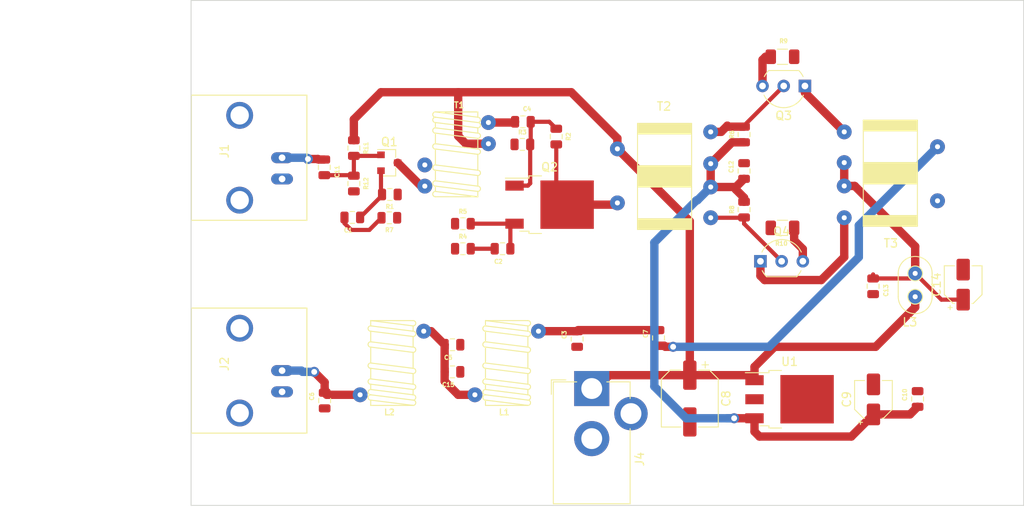
<source format=kicad_pcb>
(kicad_pcb (version 20171130) (host pcbnew "(5.1.5)-3")

  (general
    (thickness 1.6)
    (drawings 4)
    (tracks 148)
    (zones 0)
    (modules 41)
    (nets 25)
  )

  (page A4)
  (layers
    (0 F.Cu signal)
    (31 B.Cu signal)
    (32 B.Adhes user)
    (33 F.Adhes user)
    (34 B.Paste user)
    (35 F.Paste user)
    (36 B.SilkS user)
    (37 F.SilkS user)
    (38 B.Mask user)
    (39 F.Mask user)
    (40 Dwgs.User user)
    (41 Cmts.User user)
    (42 Eco1.User user)
    (43 Eco2.User user)
    (44 Edge.Cuts user)
    (45 Margin user)
    (46 B.CrtYd user)
    (47 F.CrtYd user)
    (48 B.Fab user)
    (49 F.Fab user)
  )

  (setup
    (last_trace_width 1)
    (user_trace_width 0.5)
    (user_trace_width 1)
    (trace_clearance 0.2)
    (zone_clearance 0.508)
    (zone_45_only no)
    (trace_min 0.2)
    (via_size 0.8)
    (via_drill 0.4)
    (via_min_size 0.4)
    (via_min_drill 0.3)
    (user_via 1.2 0.7)
    (uvia_size 0.3)
    (uvia_drill 0.1)
    (uvias_allowed no)
    (uvia_min_size 0.2)
    (uvia_min_drill 0.1)
    (edge_width 0.05)
    (segment_width 0.2)
    (pcb_text_width 0.3)
    (pcb_text_size 1.5 1.5)
    (mod_edge_width 0.12)
    (mod_text_size 1 1)
    (mod_text_width 0.15)
    (pad_size 1.524 1.524)
    (pad_drill 0.762)
    (pad_to_mask_clearance 0.051)
    (solder_mask_min_width 0.25)
    (aux_axis_origin 0 0)
    (visible_elements 7FFFFFFF)
    (pcbplotparams
      (layerselection 0x010fc_ffffffff)
      (usegerberextensions false)
      (usegerberattributes false)
      (usegerberadvancedattributes false)
      (creategerberjobfile false)
      (excludeedgelayer true)
      (linewidth 0.100000)
      (plotframeref false)
      (viasonmask false)
      (mode 1)
      (useauxorigin false)
      (hpglpennumber 1)
      (hpglpenspeed 20)
      (hpglpendiameter 15.000000)
      (psnegative false)
      (psa4output false)
      (plotreference true)
      (plotvalue true)
      (plotinvisibletext false)
      (padsonsilk false)
      (subtractmaskfromsilk false)
      (outputformat 1)
      (mirror false)
      (drillshape 1)
      (scaleselection 1)
      (outputdirectory ""))
  )

  (net 0 "")
  (net 1 "Net-(C1-Pad2)")
  (net 2 "Net-(C1-Pad1)")
  (net 3 "Net-(C2-Pad2)")
  (net 4 "Net-(C2-Pad1)")
  (net 5 GND)
  (net 6 +12V)
  (net 7 "Net-(C4-Pad2)")
  (net 8 "Net-(C4-Pad1)")
  (net 9 +5V)
  (net 10 "Net-(C11-Pad2)")
  (net 11 "Net-(C11-Pad1)")
  (net 12 "Net-(Q1-Pad3)")
  (net 13 "Net-(C3-Pad2)")
  (net 14 "Net-(C6-Pad2)")
  (net 15 "Net-(C7-Pad1)")
  (net 16 "Net-(Q2-Pad2)")
  (net 17 "Net-(Q3-Pad1)")
  (net 18 "Net-(Q3-Pad3)")
  (net 19 "Net-(Q3-Pad2)")
  (net 20 "Net-(Q4-Pad1)")
  (net 21 "Net-(Q4-Pad3)")
  (net 22 "Net-(Q4-Pad2)")
  (net 23 "Net-(C15-Pad2)")
  (net 24 "Net-(C13-Pad1)")

  (net_class Default "This is the default net class."
    (clearance 0.2)
    (trace_width 0.25)
    (via_dia 0.8)
    (via_drill 0.4)
    (uvia_dia 0.3)
    (uvia_drill 0.1)
    (add_net +12V)
    (add_net +5V)
    (add_net GND)
    (add_net "Net-(C1-Pad1)")
    (add_net "Net-(C1-Pad2)")
    (add_net "Net-(C11-Pad1)")
    (add_net "Net-(C11-Pad2)")
    (add_net "Net-(C13-Pad1)")
    (add_net "Net-(C15-Pad2)")
    (add_net "Net-(C2-Pad1)")
    (add_net "Net-(C2-Pad2)")
    (add_net "Net-(C3-Pad2)")
    (add_net "Net-(C4-Pad1)")
    (add_net "Net-(C4-Pad2)")
    (add_net "Net-(C6-Pad2)")
    (add_net "Net-(C7-Pad1)")
    (add_net "Net-(Q1-Pad3)")
    (add_net "Net-(Q2-Pad2)")
    (add_net "Net-(Q3-Pad1)")
    (add_net "Net-(Q3-Pad2)")
    (add_net "Net-(Q3-Pad3)")
    (add_net "Net-(Q4-Pad1)")
    (add_net "Net-(Q4-Pad2)")
    (add_net "Net-(Q4-Pad3)")
  )

  (module Xenir:BarrelJack_Horizontal (layer F.Cu) (tedit 5F776510) (tstamp 5F77C16C)
    (at 109.25 102.75)
    (descr "Thin-pin DC Barrel Jack, https://cdn-shop.adafruit.com/datasheets/21mmdcjackDatasheet.pdf")
    (tags "Power Jack")
    (path /5F7F00D8)
    (fp_text reference J4 (at 5.75 8.45 90) (layer F.SilkS)
      (effects (font (size 1 1) (thickness 0.15)))
    )
    (fp_text value Barrel_Jack_Switch (at -5.5 6.2 90) (layer F.Fab)
      (effects (font (size 1 1) (thickness 0.15)))
    )
    (fp_line (start -4.5 10.2) (end 4.5 10.2) (layer F.Fab) (width 0.1))
    (fp_line (start -3.5 -0.7) (end 4.5 -0.7) (layer F.Fab) (width 0.1))
    (fp_line (start -4.5 0.3) (end -3.5 -0.7) (layer F.Fab) (width 0.1))
    (fp_line (start -4.5 13.7) (end -4.5 0.3) (layer F.Fab) (width 0.1))
    (fp_line (start 4.5 13.7) (end -4.5 13.7) (layer F.Fab) (width 0.1))
    (fp_line (start 4.5 -0.7) (end 4.5 13.7) (layer F.Fab) (width 0.1))
    (fp_line (start -4.84 -1.04) (end -3.1 -1.04) (layer F.SilkS) (width 0.12))
    (fp_line (start -4.84 0.7) (end -4.84 -1.04) (layer F.SilkS) (width 0.12))
    (fp_line (start 4.6 -0.8) (end 4.6 1.2) (layer F.SilkS) (width 0.12))
    (fp_line (start 1.8 -0.8) (end 4.6 -0.8) (layer F.SilkS) (width 0.12))
    (fp_line (start -4.6 -0.8) (end -1.8 -0.8) (layer F.SilkS) (width 0.12))
    (fp_line (start -4.6 13.8) (end -4.6 -0.8) (layer F.SilkS) (width 0.12))
    (fp_line (start 4.6 13.8) (end -4.6 13.8) (layer F.SilkS) (width 0.12))
    (fp_line (start 4.6 4.8) (end 4.6 13.8) (layer F.SilkS) (width 0.12))
    (fp_line (start -1.8 -1.8) (end 1.8 -1.8) (layer F.CrtYd) (width 0.05))
    (fp_line (start -1.8 -1.2) (end -1.8 -1.8) (layer F.CrtYd) (width 0.05))
    (fp_line (start -5 -1.2) (end -1.8 -1.2) (layer F.CrtYd) (width 0.05))
    (fp_line (start -5 14.2) (end -5 -1.2) (layer F.CrtYd) (width 0.05))
    (fp_line (start 5 14.2) (end -5 14.2) (layer F.CrtYd) (width 0.05))
    (fp_line (start 5 4.8) (end 5 14.2) (layer F.CrtYd) (width 0.05))
    (fp_line (start 6.5 4.8) (end 5 4.8) (layer F.CrtYd) (width 0.05))
    (fp_line (start 6.5 1.2) (end 6.5 4.8) (layer F.CrtYd) (width 0.05))
    (fp_line (start 5 1.2) (end 6.5 1.2) (layer F.CrtYd) (width 0.05))
    (fp_line (start 5 -1.2) (end 5 1.2) (layer F.CrtYd) (width 0.05))
    (fp_line (start 1.8 -1.2) (end 5 -1.2) (layer F.CrtYd) (width 0.05))
    (fp_line (start 1.8 -1.8) (end 1.8 -1.2) (layer F.CrtYd) (width 0.05))
    (fp_text user %R (at 0 6.5) (layer F.Fab)
      (effects (font (size 1 1) (thickness 0.15)))
    )
    (pad 3 thru_hole circle (at 4.7 3) (size 4 4) (drill 2.5) (layers *.Cu *.Mask))
    (pad 2 thru_hole circle (at 0 6) (size 4.2 4.2) (drill 2.5) (layers *.Cu *.Mask)
      (net 5 GND))
    (pad 1 thru_hole rect (at 0 0) (size 4.2 4.2) (drill 2.5) (layers *.Cu *.Mask)
      (net 6 +12V))
    (model ${KISYS3DMOD}/Connector_BarrelJack.3dshapes/BarrelJack_CUI_PJ-102AH_Horizontal.wrl
      (at (xyz 0 0 0))
      (scale (xyz 1 1 1))
      (rotate (xyz 0 0 0))
    )
  )

  (module "Xenir:Resistor 1206" (layer F.Cu) (tedit 5F775D4D) (tstamp 5F764580)
    (at 131.973 85.877 180)
    (path /5F76BF01)
    (fp_text reference R10 (at 0 0.5) (layer F.SilkS)
      (effects (font (size 0.499872 0.499872) (thickness 0.124968)))
    )
    (fp_text value 2.2 (at 0 -0.5) (layer F.Fab)
      (effects (font (size 0.499872 0.499872) (thickness 0.124968)))
    )
    (fp_text user %R (at -0.127 2.377) (layer F.Fab)
      (effects (font (size 0.8 0.8) (thickness 0.12)))
    )
    (fp_line (start 1.473 3.177) (end -1.727 3.177) (layer F.Fab) (width 0.1))
    (fp_line (start -2.407 1.257) (end 2.153 1.257) (layer F.CrtYd) (width 0.05))
    (fp_line (start -0.729064 3.287) (end 0.475064 3.287) (layer F.SilkS) (width 0.12))
    (fp_line (start -0.729064 1.467) (end 0.475064 1.467) (layer F.SilkS) (width 0.12))
    (fp_line (start 2.153 3.497) (end -2.407 3.497) (layer F.CrtYd) (width 0.05))
    (fp_line (start 2.153 1.257) (end 2.153 3.497) (layer F.CrtYd) (width 0.05))
    (fp_line (start -1.727 3.177) (end -1.727 1.577) (layer F.Fab) (width 0.1))
    (fp_line (start 1.473 1.577) (end 1.473 3.177) (layer F.Fab) (width 0.1))
    (fp_line (start -1.727 1.577) (end 1.473 1.577) (layer F.Fab) (width 0.1))
    (fp_line (start -2.407 3.497) (end -2.407 1.257) (layer F.CrtYd) (width 0.05))
    (pad 2 smd roundrect (at 1.273 2.377 180) (size 1.25 1.75) (layers F.Cu F.Paste F.Mask) (roundrect_rratio 0.2)
      (net 5 GND))
    (pad 1 smd roundrect (at -1.527 2.377 180) (size 1.25 1.75) (layers F.Cu F.Paste F.Mask) (roundrect_rratio 0.2)
      (net 21 "Net-(Q4-Pad3)"))
  )

  (module "Xenir:Resistor 1206" (layer F.Cu) (tedit 5F775D4D) (tstamp 5F76456F)
    (at 132.227 60.623)
    (path /5F76B5B8)
    (fp_text reference R9 (at 0 0.5) (layer F.SilkS)
      (effects (font (size 0.499872 0.499872) (thickness 0.124968)))
    )
    (fp_text value 2.2 (at 0 -0.5) (layer F.Fab)
      (effects (font (size 0.499872 0.499872) (thickness 0.124968)))
    )
    (fp_text user %R (at -0.127 2.377) (layer F.Fab)
      (effects (font (size 0.8 0.8) (thickness 0.12)))
    )
    (fp_line (start 1.473 3.177) (end -1.727 3.177) (layer F.Fab) (width 0.1))
    (fp_line (start -2.407 1.257) (end 2.153 1.257) (layer F.CrtYd) (width 0.05))
    (fp_line (start -0.729064 3.287) (end 0.475064 3.287) (layer F.SilkS) (width 0.12))
    (fp_line (start -0.729064 1.467) (end 0.475064 1.467) (layer F.SilkS) (width 0.12))
    (fp_line (start 2.153 3.497) (end -2.407 3.497) (layer F.CrtYd) (width 0.05))
    (fp_line (start 2.153 1.257) (end 2.153 3.497) (layer F.CrtYd) (width 0.05))
    (fp_line (start -1.727 3.177) (end -1.727 1.577) (layer F.Fab) (width 0.1))
    (fp_line (start 1.473 1.577) (end 1.473 3.177) (layer F.Fab) (width 0.1))
    (fp_line (start -1.727 1.577) (end 1.473 1.577) (layer F.Fab) (width 0.1))
    (fp_line (start -2.407 3.497) (end -2.407 1.257) (layer F.CrtYd) (width 0.05))
    (pad 2 smd roundrect (at 1.273 2.377) (size 1.25 1.75) (layers F.Cu F.Paste F.Mask) (roundrect_rratio 0.2)
      (net 5 GND))
    (pad 1 smd roundrect (at -1.527 2.377) (size 1.25 1.75) (layers F.Cu F.Paste F.Mask) (roundrect_rratio 0.2)
      (net 18 "Net-(Q3-Pad3)"))
  )

  (module Package_TO_SOT_SMD:TO-252-2 (layer F.Cu) (tedit 5A70A390) (tstamp 5F74413C)
    (at 104.2 80.72)
    (descr "TO-252 / DPAK SMD package, http://www.infineon.com/cms/en/product/packages/PG-TO252/PG-TO252-3-1/")
    (tags "DPAK TO-252 DPAK-3 TO-252-3 SOT-428")
    (path /5F4BFFA7)
    (attr smd)
    (fp_text reference Q2 (at 0 -4.5) (layer F.SilkS)
      (effects (font (size 1 1) (thickness 0.15)))
    )
    (fp_text value 2SC5706 (at 0 4.5) (layer F.Fab)
      (effects (font (size 1 1) (thickness 0.15)))
    )
    (fp_text user %R (at 0 0) (layer F.Fab)
      (effects (font (size 1 1) (thickness 0.15)))
    )
    (fp_line (start 5.55 -3.5) (end -5.55 -3.5) (layer F.CrtYd) (width 0.05))
    (fp_line (start 5.55 3.5) (end 5.55 -3.5) (layer F.CrtYd) (width 0.05))
    (fp_line (start -5.55 3.5) (end 5.55 3.5) (layer F.CrtYd) (width 0.05))
    (fp_line (start -5.55 -3.5) (end -5.55 3.5) (layer F.CrtYd) (width 0.05))
    (fp_line (start -2.47 3.18) (end -3.57 3.18) (layer F.SilkS) (width 0.12))
    (fp_line (start -2.47 3.45) (end -2.47 3.18) (layer F.SilkS) (width 0.12))
    (fp_line (start -0.97 3.45) (end -2.47 3.45) (layer F.SilkS) (width 0.12))
    (fp_line (start -2.47 -3.18) (end -5.3 -3.18) (layer F.SilkS) (width 0.12))
    (fp_line (start -2.47 -3.45) (end -2.47 -3.18) (layer F.SilkS) (width 0.12))
    (fp_line (start -0.97 -3.45) (end -2.47 -3.45) (layer F.SilkS) (width 0.12))
    (fp_line (start -4.97 2.655) (end -2.27 2.655) (layer F.Fab) (width 0.1))
    (fp_line (start -4.97 1.905) (end -4.97 2.655) (layer F.Fab) (width 0.1))
    (fp_line (start -2.27 1.905) (end -4.97 1.905) (layer F.Fab) (width 0.1))
    (fp_line (start -4.97 -1.905) (end -2.27 -1.905) (layer F.Fab) (width 0.1))
    (fp_line (start -4.97 -2.655) (end -4.97 -1.905) (layer F.Fab) (width 0.1))
    (fp_line (start -1.865 -2.655) (end -4.97 -2.655) (layer F.Fab) (width 0.1))
    (fp_line (start -1.27 -3.25) (end 3.95 -3.25) (layer F.Fab) (width 0.1))
    (fp_line (start -2.27 -2.25) (end -1.27 -3.25) (layer F.Fab) (width 0.1))
    (fp_line (start -2.27 3.25) (end -2.27 -2.25) (layer F.Fab) (width 0.1))
    (fp_line (start 3.95 3.25) (end -2.27 3.25) (layer F.Fab) (width 0.1))
    (fp_line (start 3.95 -3.25) (end 3.95 3.25) (layer F.Fab) (width 0.1))
    (fp_line (start 4.95 2.7) (end 3.95 2.7) (layer F.Fab) (width 0.1))
    (fp_line (start 4.95 -2.7) (end 4.95 2.7) (layer F.Fab) (width 0.1))
    (fp_line (start 3.95 -2.7) (end 4.95 -2.7) (layer F.Fab) (width 0.1))
    (pad "" smd rect (at 0.425 1.525) (size 3.05 2.75) (layers F.Paste))
    (pad "" smd rect (at 3.775 -1.525) (size 3.05 2.75) (layers F.Paste))
    (pad "" smd rect (at 0.425 -1.525) (size 3.05 2.75) (layers F.Paste))
    (pad "" smd rect (at 3.775 1.525) (size 3.05 2.75) (layers F.Paste))
    (pad 2 smd rect (at 2.1 0) (size 6.4 5.8) (layers F.Cu F.Mask)
      (net 16 "Net-(Q2-Pad2)"))
    (pad 3 smd rect (at -4.2 2.28) (size 2.2 1.2) (layers F.Cu F.Paste F.Mask)
      (net 4 "Net-(C2-Pad1)"))
    (pad 1 smd rect (at -4.2 -2.28) (size 2.2 1.2) (layers F.Cu F.Paste F.Mask)
      (net 7 "Net-(C4-Pad2)"))
    (model ${KISYS3DMOD}/Package_TO_SOT_SMD.3dshapes/TO-252-2.wrl
      (at (xyz 0 0 0))
      (scale (xyz 1 1 1))
      (rotate (xyz 0 0 0))
    )
  )

  (module Package_TO_SOT_THT:TO-92_Inline_Wide (layer F.Cu) (tedit 5A02FF81) (tstamp 5F76449B)
    (at 129.46 87.5)
    (descr "TO-92 leads in-line, wide, drill 0.75mm (see NXP sot054_po.pdf)")
    (tags "to-92 sc-43 sc-43a sot54 PA33 transistor")
    (path /5F76857D)
    (fp_text reference Q4 (at 2.54 -3.56) (layer F.SilkS)
      (effects (font (size 1 1) (thickness 0.15)))
    )
    (fp_text value BS170 (at 2.54 2.79) (layer F.Fab)
      (effects (font (size 1 1) (thickness 0.15)))
    )
    (fp_arc (start 2.54 0) (end 4.34 1.85) (angle -20) (layer F.SilkS) (width 0.12))
    (fp_arc (start 2.54 0) (end 2.54 -2.48) (angle -135) (layer F.Fab) (width 0.1))
    (fp_arc (start 2.54 0) (end 2.54 -2.48) (angle 135) (layer F.Fab) (width 0.1))
    (fp_arc (start 2.54 0) (end 2.54 -2.6) (angle 65) (layer F.SilkS) (width 0.12))
    (fp_arc (start 2.54 0) (end 2.54 -2.6) (angle -65) (layer F.SilkS) (width 0.12))
    (fp_arc (start 2.54 0) (end 0.74 1.85) (angle 20) (layer F.SilkS) (width 0.12))
    (fp_line (start 6.09 2.01) (end -1.01 2.01) (layer F.CrtYd) (width 0.05))
    (fp_line (start 6.09 2.01) (end 6.09 -2.73) (layer F.CrtYd) (width 0.05))
    (fp_line (start -1.01 -2.73) (end -1.01 2.01) (layer F.CrtYd) (width 0.05))
    (fp_line (start -1.01 -2.73) (end 6.09 -2.73) (layer F.CrtYd) (width 0.05))
    (fp_line (start 0.8 1.75) (end 4.3 1.75) (layer F.Fab) (width 0.1))
    (fp_line (start 0.74 1.85) (end 4.34 1.85) (layer F.SilkS) (width 0.12))
    (fp_text user %R (at 2.54 -3.56) (layer F.Fab)
      (effects (font (size 1 1) (thickness 0.15)))
    )
    (pad 1 thru_hole rect (at 0 0 90) (size 1.5 1.5) (drill 0.8) (layers *.Cu *.Mask)
      (net 20 "Net-(Q4-Pad1)"))
    (pad 3 thru_hole circle (at 5.08 0 90) (size 1.5 1.5) (drill 0.8) (layers *.Cu *.Mask)
      (net 21 "Net-(Q4-Pad3)"))
    (pad 2 thru_hole circle (at 2.54 0 90) (size 1.5 1.5) (drill 0.8) (layers *.Cu *.Mask)
      (net 22 "Net-(Q4-Pad2)"))
    (model ${KISYS3DMOD}/Package_TO_SOT_THT.3dshapes/TO-92_Inline_Wide.wrl
      (at (xyz 0 0 0))
      (scale (xyz 1 1 1))
      (rotate (xyz 0 0 0))
    )
  )

  (module Package_TO_SOT_THT:TO-92_Inline_Wide (layer F.Cu) (tedit 5A02FF81) (tstamp 5F764489)
    (at 134.79 66.5 180)
    (descr "TO-92 leads in-line, wide, drill 0.75mm (see NXP sot054_po.pdf)")
    (tags "to-92 sc-43 sc-43a sot54 PA33 transistor")
    (path /5F766398)
    (fp_text reference Q3 (at 2.54 -3.56) (layer F.SilkS)
      (effects (font (size 1 1) (thickness 0.15)))
    )
    (fp_text value BS170 (at 2.54 2.79) (layer F.Fab)
      (effects (font (size 1 1) (thickness 0.15)))
    )
    (fp_arc (start 2.54 0) (end 4.34 1.85) (angle -20) (layer F.SilkS) (width 0.12))
    (fp_arc (start 2.54 0) (end 2.54 -2.48) (angle -135) (layer F.Fab) (width 0.1))
    (fp_arc (start 2.54 0) (end 2.54 -2.48) (angle 135) (layer F.Fab) (width 0.1))
    (fp_arc (start 2.54 0) (end 2.54 -2.6) (angle 65) (layer F.SilkS) (width 0.12))
    (fp_arc (start 2.54 0) (end 2.54 -2.6) (angle -65) (layer F.SilkS) (width 0.12))
    (fp_arc (start 2.54 0) (end 0.74 1.85) (angle 20) (layer F.SilkS) (width 0.12))
    (fp_line (start 6.09 2.01) (end -1.01 2.01) (layer F.CrtYd) (width 0.05))
    (fp_line (start 6.09 2.01) (end 6.09 -2.73) (layer F.CrtYd) (width 0.05))
    (fp_line (start -1.01 -2.73) (end -1.01 2.01) (layer F.CrtYd) (width 0.05))
    (fp_line (start -1.01 -2.73) (end 6.09 -2.73) (layer F.CrtYd) (width 0.05))
    (fp_line (start 0.8 1.75) (end 4.3 1.75) (layer F.Fab) (width 0.1))
    (fp_line (start 0.74 1.85) (end 4.34 1.85) (layer F.SilkS) (width 0.12))
    (fp_text user %R (at 2.54 -3.56) (layer F.Fab)
      (effects (font (size 1 1) (thickness 0.15)))
    )
    (pad 1 thru_hole rect (at 0 0 270) (size 1.5 1.5) (drill 0.8) (layers *.Cu *.Mask)
      (net 17 "Net-(Q3-Pad1)"))
    (pad 3 thru_hole circle (at 5.08 0 270) (size 1.5 1.5) (drill 0.8) (layers *.Cu *.Mask)
      (net 18 "Net-(Q3-Pad3)"))
    (pad 2 thru_hole circle (at 2.54 0 270) (size 1.5 1.5) (drill 0.8) (layers *.Cu *.Mask)
      (net 19 "Net-(Q3-Pad2)"))
    (model ${KISYS3DMOD}/Package_TO_SOT_THT.3dshapes/TO-92_Inline_Wide.wrl
      (at (xyz 0 0 0))
      (scale (xyz 1 1 1))
      (rotate (xyz 0 0 0))
    )
  )

  (module Xenir:BN-43-2402 (layer F.Cu) (tedit 5F774E98) (tstamp 5F775A27)
    (at 148 95.687 180)
    (path /5F79A7FF)
    (fp_text reference L3 (at 0.635 0.889) (layer F.SilkS)
      (effects (font (size 1 1) (thickness 0.15)))
    )
    (fp_text value 23uH (at 0 -0.5) (layer F.Fab)
      (effects (font (size 1 1) (thickness 0.15)))
    )
    (fp_arc (start 0 6.731) (end -2.032 6.731) (angle -180) (layer F.SilkS) (width 0.12))
    (fp_arc (start 0 3.937) (end 2.032 3.937) (angle -180) (layer F.SilkS) (width 0.12))
    (fp_line (start 2.032 3.937) (end 2.032 6.731) (layer F.SilkS) (width 0.12))
    (fp_line (start -2.032 3.937) (end -2.032 6.731) (layer F.SilkS) (width 0.12))
    (fp_circle (center 0 6.731) (end 0.889 6.731) (layer F.SilkS) (width 0.12))
    (fp_circle (center 0 3.937) (end 0.889 3.937) (layer F.SilkS) (width 0.12))
    (pad 2 thru_hole circle (at 0 6.731 180) (size 1.778 1.778) (drill 0.6) (layers *.Cu *.Mask)
      (net 24 "Net-(C13-Pad1)") (solder_mask_margin 0.1016))
    (pad 1 thru_hole circle (at 0 3.937 180) (size 1.778 1.778) (drill 0.6) (layers *.Cu *.Mask)
      (net 6 +12V) (solder_mask_margin 0.1016))
  )

  (module "Xenir:Capacitor 0805" (layer F.Cu) (tedit 5EAD6262) (tstamp 5F775937)
    (at 92.5625 103.29 180)
    (path /5F795D51)
    (fp_text reference C15 (at 0.5 1) (layer F.SilkS)
      (effects (font (size 0.5 0.5) (thickness 0.125)))
    )
    (fp_text value 200pF (at 0.5 4) (layer F.Fab)
      (effects (font (size 0.5 0.5) (thickness 0.125)))
    )
    (fp_text user %R (at 0 2.54) (layer F.Fab)
      (effects (font (size 0.5 0.5) (thickness 0.08)))
    )
    (fp_line (start -1 3.14) (end -1 1.94) (layer F.Fab) (width 0.1))
    (fp_line (start -1.68 1.59) (end 1.68 1.59) (layer F.CrtYd) (width 0.05))
    (fp_line (start 1.68 1.59) (end 1.68 3.49) (layer F.CrtYd) (width 0.05))
    (fp_line (start -1.68 3.49) (end -1.68 1.59) (layer F.CrtYd) (width 0.05))
    (fp_line (start 1 1.94) (end 1 3.14) (layer F.Fab) (width 0.1))
    (fp_line (start -0.258578 3.25) (end 0.258578 3.25) (layer F.SilkS) (width 0.12))
    (fp_line (start -1 1.94) (end 1 1.94) (layer F.Fab) (width 0.1))
    (fp_line (start 1 3.14) (end -1 3.14) (layer F.Fab) (width 0.1))
    (fp_line (start -0.258578 1.83) (end 0.258578 1.83) (layer F.SilkS) (width 0.12))
    (fp_line (start 1.68 3.49) (end -1.68 3.49) (layer F.CrtYd) (width 0.05))
    (pad 2 smd roundrect (at 0.9375 2.54 180) (size 0.975 1.4) (layers F.Cu F.Paste F.Mask) (roundrect_rratio 0.25)
      (net 23 "Net-(C15-Pad2)"))
    (pad 1 smd roundrect (at -0.9375 2.54 180) (size 0.975 1.4) (layers F.Cu F.Paste F.Mask) (roundrect_rratio 0.25)
      (net 5 GND))
  )

  (module Capacitor_SMD:CP_Elec_4x5.4 (layer F.Cu) (tedit 5BCA39CF) (tstamp 5F775926)
    (at 153.75 90.3 90)
    (descr "SMD capacitor, aluminum electrolytic, Panasonic A5 / Nichicon, 4.0x5.4mm")
    (tags "capacitor electrolytic")
    (path /5F79C286)
    (attr smd)
    (fp_text reference C14 (at 0 -3.2 90) (layer F.SilkS)
      (effects (font (size 1 1) (thickness 0.15)))
    )
    (fp_text value 10uF (at 0 3.2 90) (layer F.Fab)
      (effects (font (size 1 1) (thickness 0.15)))
    )
    (fp_text user %R (at 0 0 90) (layer F.Fab)
      (effects (font (size 0.8 0.8) (thickness 0.12)))
    )
    (fp_line (start -3.35 1.05) (end -2.4 1.05) (layer F.CrtYd) (width 0.05))
    (fp_line (start -3.35 -1.05) (end -3.35 1.05) (layer F.CrtYd) (width 0.05))
    (fp_line (start -2.4 -1.05) (end -3.35 -1.05) (layer F.CrtYd) (width 0.05))
    (fp_line (start -2.4 1.05) (end -2.4 1.25) (layer F.CrtYd) (width 0.05))
    (fp_line (start -2.4 -1.25) (end -2.4 -1.05) (layer F.CrtYd) (width 0.05))
    (fp_line (start -2.4 -1.25) (end -1.25 -2.4) (layer F.CrtYd) (width 0.05))
    (fp_line (start -2.4 1.25) (end -1.25 2.4) (layer F.CrtYd) (width 0.05))
    (fp_line (start -1.25 -2.4) (end 2.4 -2.4) (layer F.CrtYd) (width 0.05))
    (fp_line (start -1.25 2.4) (end 2.4 2.4) (layer F.CrtYd) (width 0.05))
    (fp_line (start 2.4 1.05) (end 2.4 2.4) (layer F.CrtYd) (width 0.05))
    (fp_line (start 3.35 1.05) (end 2.4 1.05) (layer F.CrtYd) (width 0.05))
    (fp_line (start 3.35 -1.05) (end 3.35 1.05) (layer F.CrtYd) (width 0.05))
    (fp_line (start 2.4 -1.05) (end 3.35 -1.05) (layer F.CrtYd) (width 0.05))
    (fp_line (start 2.4 -2.4) (end 2.4 -1.05) (layer F.CrtYd) (width 0.05))
    (fp_line (start -2.75 -1.81) (end -2.75 -1.31) (layer F.SilkS) (width 0.12))
    (fp_line (start -3 -1.56) (end -2.5 -1.56) (layer F.SilkS) (width 0.12))
    (fp_line (start -2.26 1.195563) (end -1.195563 2.26) (layer F.SilkS) (width 0.12))
    (fp_line (start -2.26 -1.195563) (end -1.195563 -2.26) (layer F.SilkS) (width 0.12))
    (fp_line (start -2.26 -1.195563) (end -2.26 -1.06) (layer F.SilkS) (width 0.12))
    (fp_line (start -2.26 1.195563) (end -2.26 1.06) (layer F.SilkS) (width 0.12))
    (fp_line (start -1.195563 2.26) (end 2.26 2.26) (layer F.SilkS) (width 0.12))
    (fp_line (start -1.195563 -2.26) (end 2.26 -2.26) (layer F.SilkS) (width 0.12))
    (fp_line (start 2.26 -2.26) (end 2.26 -1.06) (layer F.SilkS) (width 0.12))
    (fp_line (start 2.26 2.26) (end 2.26 1.06) (layer F.SilkS) (width 0.12))
    (fp_line (start -1.374773 -1.2) (end -1.374773 -0.8) (layer F.Fab) (width 0.1))
    (fp_line (start -1.574773 -1) (end -1.174773 -1) (layer F.Fab) (width 0.1))
    (fp_line (start -2.15 1.15) (end -1.15 2.15) (layer F.Fab) (width 0.1))
    (fp_line (start -2.15 -1.15) (end -1.15 -2.15) (layer F.Fab) (width 0.1))
    (fp_line (start -2.15 -1.15) (end -2.15 1.15) (layer F.Fab) (width 0.1))
    (fp_line (start -1.15 2.15) (end 2.15 2.15) (layer F.Fab) (width 0.1))
    (fp_line (start -1.15 -2.15) (end 2.15 -2.15) (layer F.Fab) (width 0.1))
    (fp_line (start 2.15 -2.15) (end 2.15 2.15) (layer F.Fab) (width 0.1))
    (fp_circle (center 0 0) (end 2 0) (layer F.Fab) (width 0.1))
    (pad 2 smd roundrect (at 1.8 0 90) (size 2.6 1.6) (layers F.Cu F.Paste F.Mask) (roundrect_rratio 0.15625)
      (net 5 GND))
    (pad 1 smd roundrect (at -1.8 0 90) (size 2.6 1.6) (layers F.Cu F.Paste F.Mask) (roundrect_rratio 0.15625)
      (net 24 "Net-(C13-Pad1)"))
    (model ${KISYS3DMOD}/Capacitor_SMD.3dshapes/CP_Elec_4x5.4.wrl
      (at (xyz 0 0 0))
      (scale (xyz 1 1 1))
      (rotate (xyz 0 0 0))
    )
  )

  (module "Xenir:Capacitor 0805" (layer F.Cu) (tedit 5EAD6262) (tstamp 5F7758FE)
    (at 145.5 90.5 270)
    (path /5F79B669)
    (fp_text reference C13 (at 0.5 1 90) (layer F.SilkS)
      (effects (font (size 0.5 0.5) (thickness 0.125)))
    )
    (fp_text value .1uF (at 0.5 4 90) (layer F.Fab)
      (effects (font (size 0.5 0.5) (thickness 0.125)))
    )
    (fp_text user %R (at 0 2.54 90) (layer F.Fab)
      (effects (font (size 0.5 0.5) (thickness 0.08)))
    )
    (fp_line (start -1 3.14) (end -1 1.94) (layer F.Fab) (width 0.1))
    (fp_line (start -1.68 1.59) (end 1.68 1.59) (layer F.CrtYd) (width 0.05))
    (fp_line (start 1.68 1.59) (end 1.68 3.49) (layer F.CrtYd) (width 0.05))
    (fp_line (start -1.68 3.49) (end -1.68 1.59) (layer F.CrtYd) (width 0.05))
    (fp_line (start 1 1.94) (end 1 3.14) (layer F.Fab) (width 0.1))
    (fp_line (start -0.258578 3.25) (end 0.258578 3.25) (layer F.SilkS) (width 0.12))
    (fp_line (start -1 1.94) (end 1 1.94) (layer F.Fab) (width 0.1))
    (fp_line (start 1 3.14) (end -1 3.14) (layer F.Fab) (width 0.1))
    (fp_line (start -0.258578 1.83) (end 0.258578 1.83) (layer F.SilkS) (width 0.12))
    (fp_line (start 1.68 3.49) (end -1.68 3.49) (layer F.CrtYd) (width 0.05))
    (pad 2 smd roundrect (at 0.9375 2.54 270) (size 0.975 1.4) (layers F.Cu F.Paste F.Mask) (roundrect_rratio 0.25)
      (net 5 GND))
    (pad 1 smd roundrect (at -0.9375 2.54 270) (size 0.975 1.4) (layers F.Cu F.Paste F.Mask) (roundrect_rratio 0.25)
      (net 24 "Net-(C13-Pad1)"))
  )

  (module "Xenir:Capacitor 0805" (layer F.Cu) (tedit 5EAD6262) (tstamp 5F7758ED)
    (at 124.96 76.6875 90)
    (path /5F7971F3)
    (fp_text reference C12 (at 0.5 1 90) (layer F.SilkS)
      (effects (font (size 0.5 0.5) (thickness 0.125)))
    )
    (fp_text value .1uF (at 0.5 4 90) (layer F.Fab)
      (effects (font (size 0.5 0.5) (thickness 0.125)))
    )
    (fp_text user %R (at 0 2.54 90) (layer F.Fab)
      (effects (font (size 0.5 0.5) (thickness 0.08)))
    )
    (fp_line (start -1 3.14) (end -1 1.94) (layer F.Fab) (width 0.1))
    (fp_line (start -1.68 1.59) (end 1.68 1.59) (layer F.CrtYd) (width 0.05))
    (fp_line (start 1.68 1.59) (end 1.68 3.49) (layer F.CrtYd) (width 0.05))
    (fp_line (start -1.68 3.49) (end -1.68 1.59) (layer F.CrtYd) (width 0.05))
    (fp_line (start 1 1.94) (end 1 3.14) (layer F.Fab) (width 0.1))
    (fp_line (start -0.258578 3.25) (end 0.258578 3.25) (layer F.SilkS) (width 0.12))
    (fp_line (start -1 1.94) (end 1 1.94) (layer F.Fab) (width 0.1))
    (fp_line (start 1 3.14) (end -1 3.14) (layer F.Fab) (width 0.1))
    (fp_line (start -0.258578 1.83) (end 0.258578 1.83) (layer F.SilkS) (width 0.12))
    (fp_line (start 1.68 3.49) (end -1.68 3.49) (layer F.CrtYd) (width 0.05))
    (pad 2 smd roundrect (at 0.9375 2.54 90) (size 0.975 1.4) (layers F.Cu F.Paste F.Mask) (roundrect_rratio 0.25)
      (net 5 GND))
    (pad 1 smd roundrect (at -0.9375 2.54 90) (size 0.975 1.4) (layers F.Cu F.Paste F.Mask) (roundrect_rratio 0.25)
      (net 9 +5V))
  )

  (module Xenir:BN-302-Splitter (layer F.Cu) (tedit 5F73E46A) (tstamp 5F764664)
    (at 145.088 85.843 180)
    (path /5F76F362)
    (fp_text reference T3 (at 0 0.5) (layer F.SilkS)
      (effects (font (size 1 1) (thickness 0.15)))
    )
    (fp_text value BN_SPLITTER (at 0.127 -1.524) (layer F.Fab)
      (effects (font (size 1 1) (thickness 0.15)))
    )
    (fp_poly (pts (xy 3.302 15.24) (xy -3.175 15.24) (xy -3.175 13.97) (xy 3.302 13.97)) (layer F.SilkS) (width 0.1))
    (fp_poly (pts (xy 3.302 10.16) (xy -3.175 10.16) (xy -3.175 7.62) (xy 3.302 7.62)) (layer F.SilkS) (width 0.1))
    (fp_poly (pts (xy 3.302 3.81) (xy -3.175 3.81) (xy -3.175 2.54) (xy 3.302 2.54)) (layer F.SilkS) (width 0.1))
    (fp_line (start -3.048 10.16) (end 3.302 10.16) (layer F.SilkS) (width 0.12))
    (fp_line (start -3.048 7.62) (end 3.302 7.62) (layer F.SilkS) (width 0.12))
    (fp_line (start -3.175 13.97) (end 3.302 13.97) (layer F.SilkS) (width 0.12))
    (fp_line (start -3.048 3.81) (end 3.302 3.81) (layer F.SilkS) (width 0.12))
    (fp_line (start -3.175 15.24) (end -3.175 2.54) (layer F.SilkS) (width 0.12))
    (fp_line (start 3.302 15.24) (end -3.175 15.24) (layer F.SilkS) (width 0.12))
    (fp_line (start 3.302 2.54) (end 3.302 15.24) (layer F.SilkS) (width 0.12))
    (fp_line (start -3.175 2.54) (end 3.302 2.54) (layer F.SilkS) (width 0.12))
    (fp_circle (center -4.318 4.191) (end -4.1592 4.191) (layer F.Fab) (width 0.4064))
    (fp_circle (center 6.731 2.1659) (end 6.8898 2.1659) (layer F.Fab) (width 0.4064))
    (fp_circle (center 6.731 8.89) (end 6.8898 8.89) (layer F.Fab) (width 0.4064))
    (pad C1B thru_hole circle (at -5.588 12.065 180) (size 1.778 1.778) (drill 0.6) (layers *.Cu *.Mask)
      (net 15 "Net-(C7-Pad1)") (solder_mask_margin 0.1016))
    (pad C3B thru_hole circle (at 5.588 13.843 180) (size 1.778 1.778) (drill 0.6) (layers *.Cu *.Mask)
      (net 17 "Net-(Q3-Pad1)") (solder_mask_margin 0.1016))
    (pad C2B thru_hole circle (at 5.588 7.366 180) (size 1.778 1.778) (drill 0.6) (layers *.Cu *.Mask)
      (net 24 "Net-(C13-Pad1)") (solder_mask_margin 0.1016))
    (pad C1A thru_hole circle (at -5.588 5.588 180) (size 1.778 1.778) (drill 0.6) (layers *.Cu *.Mask)
      (net 5 GND) (solder_mask_margin 0.1016))
    (pad C2A thru_hole circle (at 5.588 3.556 180) (size 1.778 1.778) (drill 0.6) (layers *.Cu *.Mask)
      (net 20 "Net-(Q4-Pad1)") (solder_mask_margin 0.1016))
    (pad C3A thru_hole circle (at 5.588 10.16 180) (size 1.778 1.778) (drill 0.6) (layers *.Cu *.Mask)
      (net 24 "Net-(C13-Pad1)") (solder_mask_margin 0.1016))
  )

  (module "Xenir:Resistor 0805" (layer F.Cu) (tedit 5EAD64C3) (tstamp 5F76455E)
    (at 130.04 81.3125 270)
    (path /5F756F58)
    (fp_text reference R8 (at 0 4 90) (layer F.SilkS)
      (effects (font (size 0.5 0.5) (thickness 0.125)))
    )
    (fp_text value 220 (at 0 1 90) (layer F.Fab)
      (effects (font (size 0.5 0.5) (thickness 0.125)))
    )
    (fp_text user %R (at 0 2.54 90) (layer F.Fab)
      (effects (font (size 0.5 0.5) (thickness 0.08)))
    )
    (fp_line (start 1 3.14) (end -1 3.14) (layer F.Fab) (width 0.1))
    (fp_line (start -1 1.94) (end 1 1.94) (layer F.Fab) (width 0.1))
    (fp_line (start -0.258578 1.83) (end 0.258578 1.83) (layer F.SilkS) (width 0.12))
    (fp_line (start -1.68 1.59) (end 1.68 1.59) (layer F.CrtYd) (width 0.05))
    (fp_line (start -1 3.14) (end -1 1.94) (layer F.Fab) (width 0.1))
    (fp_line (start -1.68 3.49) (end -1.68 1.59) (layer F.CrtYd) (width 0.05))
    (fp_line (start 1 1.94) (end 1 3.14) (layer F.Fab) (width 0.1))
    (fp_line (start 1.68 1.59) (end 1.68 3.49) (layer F.CrtYd) (width 0.05))
    (fp_line (start 1.68 3.49) (end -1.68 3.49) (layer F.CrtYd) (width 0.05))
    (fp_line (start -0.258578 3.25) (end 0.258578 3.25) (layer F.SilkS) (width 0.12))
    (pad 2 smd roundrect (at 0.9375 2.54 270) (size 0.975 1.4) (layers F.Cu F.Paste F.Mask) (roundrect_rratio 0.25)
      (net 22 "Net-(Q4-Pad2)"))
    (pad 1 smd roundrect (at -0.9375 2.54 270) (size 0.975 1.4) (layers F.Cu F.Paste F.Mask) (roundrect_rratio 0.25)
      (net 9 +5V))
  )

  (module "Xenir:Resistor 0805" (layer F.Cu) (tedit 5EAD64C3) (tstamp 5F76452D)
    (at 130.04 72.3125 270)
    (path /5F755E98)
    (fp_text reference R6 (at 0 4 90) (layer F.SilkS)
      (effects (font (size 0.5 0.5) (thickness 0.125)))
    )
    (fp_text value 220 (at 0 1 90) (layer F.Fab)
      (effects (font (size 0.5 0.5) (thickness 0.125)))
    )
    (fp_text user %R (at 0 2.54 90) (layer F.Fab)
      (effects (font (size 0.5 0.5) (thickness 0.08)))
    )
    (fp_line (start 1 3.14) (end -1 3.14) (layer F.Fab) (width 0.1))
    (fp_line (start -1 1.94) (end 1 1.94) (layer F.Fab) (width 0.1))
    (fp_line (start -0.258578 1.83) (end 0.258578 1.83) (layer F.SilkS) (width 0.12))
    (fp_line (start -1.68 1.59) (end 1.68 1.59) (layer F.CrtYd) (width 0.05))
    (fp_line (start -1 3.14) (end -1 1.94) (layer F.Fab) (width 0.1))
    (fp_line (start -1.68 3.49) (end -1.68 1.59) (layer F.CrtYd) (width 0.05))
    (fp_line (start 1 1.94) (end 1 3.14) (layer F.Fab) (width 0.1))
    (fp_line (start 1.68 1.59) (end 1.68 3.49) (layer F.CrtYd) (width 0.05))
    (fp_line (start 1.68 3.49) (end -1.68 3.49) (layer F.CrtYd) (width 0.05))
    (fp_line (start -0.258578 3.25) (end 0.258578 3.25) (layer F.SilkS) (width 0.12))
    (pad 2 smd roundrect (at 0.9375 2.54 270) (size 0.975 1.4) (layers F.Cu F.Paste F.Mask) (roundrect_rratio 0.25)
      (net 9 +5V))
    (pad 1 smd roundrect (at -0.9375 2.54 270) (size 0.975 1.4) (layers F.Cu F.Paste F.Mask) (roundrect_rratio 0.25)
      (net 19 "Net-(Q3-Pad2)"))
  )

  (module "Xenir:Resistor 0805" (layer F.Cu) (tedit 5EAD64C3) (tstamp 5F76450C)
    (at 93.8125 88.54 180)
    (path /5F75C749)
    (fp_text reference R4 (at 0 4) (layer F.SilkS)
      (effects (font (size 0.5 0.5) (thickness 0.125)))
    )
    (fp_text value 20 (at 0 1) (layer F.Fab)
      (effects (font (size 0.5 0.5) (thickness 0.125)))
    )
    (fp_text user %R (at 0 2.54) (layer F.Fab)
      (effects (font (size 0.5 0.5) (thickness 0.08)))
    )
    (fp_line (start 1 3.14) (end -1 3.14) (layer F.Fab) (width 0.1))
    (fp_line (start -1 1.94) (end 1 1.94) (layer F.Fab) (width 0.1))
    (fp_line (start -0.258578 1.83) (end 0.258578 1.83) (layer F.SilkS) (width 0.12))
    (fp_line (start -1.68 1.59) (end 1.68 1.59) (layer F.CrtYd) (width 0.05))
    (fp_line (start -1 3.14) (end -1 1.94) (layer F.Fab) (width 0.1))
    (fp_line (start -1.68 3.49) (end -1.68 1.59) (layer F.CrtYd) (width 0.05))
    (fp_line (start 1 1.94) (end 1 3.14) (layer F.Fab) (width 0.1))
    (fp_line (start 1.68 1.59) (end 1.68 3.49) (layer F.CrtYd) (width 0.05))
    (fp_line (start 1.68 3.49) (end -1.68 3.49) (layer F.CrtYd) (width 0.05))
    (fp_line (start -0.258578 3.25) (end 0.258578 3.25) (layer F.SilkS) (width 0.12))
    (pad 2 smd roundrect (at 0.9375 2.54 180) (size 0.975 1.4) (layers F.Cu F.Paste F.Mask) (roundrect_rratio 0.25)
      (net 5 GND))
    (pad 1 smd roundrect (at -0.9375 2.54 180) (size 0.975 1.4) (layers F.Cu F.Paste F.Mask) (roundrect_rratio 0.25)
      (net 3 "Net-(C2-Pad2)"))
  )

  (module Xenir:T37_Inductor (layer F.Cu) (tedit 5F4AA3ED) (tstamp 5F76441F)
    (at 85.31 106.69 180)
    (path /5F783579)
    (fp_text reference L2 (at 0.3 1.1) (layer F.SilkS)
      (effects (font (size 0.7 0.7) (thickness 0.15)))
    )
    (fp_text value .68uH (at 0 -0.1) (layer F.Fab)
      (effects (font (size 0.7 0.7) (thickness 0.15)))
    )
    (fp_arc (start 2.54 6.6825) (end 2.54 6.365) (angle 180) (layer F.SilkS) (width 0.127))
    (fp_line (start 2.54 2.555) (end 2.54 1.92) (layer F.SilkS) (width 0.127))
    (fp_arc (start -2.54 6.0475) (end -2.54 6.365) (angle 180) (layer F.SilkS) (width 0.127))
    (fp_arc (start 2.54 3.5075) (end 2.54 3.19) (angle 180) (layer F.SilkS) (width 0.127))
    (fp_arc (start 2.54 9.2225) (end 2.54 8.905) (angle 180) (layer F.SilkS) (width 0.127))
    (fp_line (start -2.54 4.46) (end -2.54 5.73) (layer F.SilkS) (width 0.127))
    (fp_line (start -2.54 8.905) (end -2.54 10.175) (layer F.SilkS) (width 0.127))
    (fp_line (start -2.54 12.08) (end 2.54 12.08) (layer F.SilkS) (width 0.127))
    (fp_arc (start 2.54 11.1275) (end 2.54 10.81) (angle 180) (layer F.SilkS) (width 0.127))
    (fp_arc (start -2.54 11.7625) (end -2.54 12.08) (angle 180) (layer F.SilkS) (width 0.127))
    (fp_line (start 2.54 6.365) (end 2.54 5.095) (layer F.SilkS) (width 0.127))
    (fp_arc (start -2.54 2.2375) (end -2.54 2.555) (angle 180) (layer F.SilkS) (width 0.127))
    (fp_line (start -2.54 1.92) (end 2.54 2.555) (layer F.SilkS) (width 0.127))
    (fp_line (start -2.54 6.365) (end -2.54 8.27) (layer F.SilkS) (width 0.127))
    (fp_arc (start -2.54 2.8725) (end -2.54 3.19) (angle 180) (layer F.SilkS) (width 0.127))
    (fp_line (start 2.54 12.08) (end 2.54 11.445) (layer F.SilkS) (width 0.127))
    (fp_line (start 2.54 4.46) (end 2.54 3.825) (layer F.SilkS) (width 0.127))
    (fp_arc (start 2.54 2.8725) (end 2.54 2.555) (angle 180) (layer F.SilkS) (width 0.127))
    (fp_line (start 2.54 1.92) (end -2.54 1.92) (layer F.SilkS) (width 0.127))
    (fp_line (start -2.54 3.19) (end -2.54 3.825) (layer F.SilkS) (width 0.127))
    (fp_line (start -2.54 10.81) (end -2.54 11.445) (layer F.SilkS) (width 0.127))
    (fp_line (start 2.54 10.81) (end 2.54 9.54) (layer F.SilkS) (width 0.127))
    (fp_line (start 2.54 8.905) (end 2.54 7) (layer F.SilkS) (width 0.127))
    (fp_arc (start -2.54 4.1425) (end -2.54 4.46) (angle 180) (layer F.SilkS) (width 0.127))
    (fp_arc (start -2.54 8.5875) (end -2.54 8.905) (angle 180) (layer F.SilkS) (width 0.127))
    (fp_arc (start -2.54 10.4925) (end -2.54 10.81) (angle 180) (layer F.SilkS) (width 0.127))
    (fp_arc (start 2.54 4.7775) (end 2.54 4.46) (angle 180) (layer F.SilkS) (width 0.127))
    (fp_line (start -2.54 8.905) (end 2.54 9.54) (layer F.SilkS) (width 0.127))
    (fp_line (start -2.54 3.19) (end 2.54 3.825) (layer F.SilkS) (width 0.127))
    (fp_line (start -2.54 11.445) (end 2.54 12.08) (layer F.SilkS) (width 0.127))
    (fp_line (start -2.54 5.73) (end 2.54 6.365) (layer F.SilkS) (width 0.127))
    (fp_line (start -2.54 6.365) (end 2.54 7) (layer F.SilkS) (width 0.127))
    (fp_line (start -2.54 2.555) (end 2.54 3.19) (layer F.SilkS) (width 0.127))
    (fp_line (start -2.54 8.27) (end 2.54 8.905) (layer F.SilkS) (width 0.127))
    (fp_line (start -2.54 10.175) (end 2.54 10.81) (layer F.SilkS) (width 0.127))
    (fp_line (start -2.54 4.46) (end 2.54 5.095) (layer F.SilkS) (width 0.127))
    (fp_line (start -2.54 10.81) (end 2.54 11.445) (layer F.SilkS) (width 0.127))
    (fp_line (start -2.54 3.825) (end 2.54 4.46) (layer F.SilkS) (width 0.127))
    (fp_circle (center 4.7625 1.92) (end 4.9869 1.92) (layer F.Fab) (width 0.4064))
    (pad 1 thru_hole circle (at -3.81 10.81 180) (size 1.778 1.778) (drill 0.6) (layers *.Cu *.Mask)
      (net 23 "Net-(C15-Pad2)") (solder_mask_margin 0.1016))
    (pad 2 thru_hole circle (at 3.81 3.19 180) (size 1.778 1.778) (drill 0.6) (layers *.Cu *.Mask)
      (net 14 "Net-(C6-Pad2)") (solder_mask_margin 0.1016))
  )

  (module Xenir:T37_Inductor (layer F.Cu) (tedit 5F4AA3ED) (tstamp 5F7643F2)
    (at 99.06 106.69 180)
    (path /5F78279A)
    (fp_text reference L1 (at 0.3 1.1) (layer F.SilkS)
      (effects (font (size 0.7 0.7) (thickness 0.15)))
    )
    (fp_text value .68uH (at 0 -0.1) (layer F.Fab)
      (effects (font (size 0.7 0.7) (thickness 0.15)))
    )
    (fp_arc (start 2.54 6.6825) (end 2.54 6.365) (angle 180) (layer F.SilkS) (width 0.127))
    (fp_line (start 2.54 2.555) (end 2.54 1.92) (layer F.SilkS) (width 0.127))
    (fp_arc (start -2.54 6.0475) (end -2.54 6.365) (angle 180) (layer F.SilkS) (width 0.127))
    (fp_arc (start 2.54 3.5075) (end 2.54 3.19) (angle 180) (layer F.SilkS) (width 0.127))
    (fp_arc (start 2.54 9.2225) (end 2.54 8.905) (angle 180) (layer F.SilkS) (width 0.127))
    (fp_line (start -2.54 4.46) (end -2.54 5.73) (layer F.SilkS) (width 0.127))
    (fp_line (start -2.54 8.905) (end -2.54 10.175) (layer F.SilkS) (width 0.127))
    (fp_line (start -2.54 12.08) (end 2.54 12.08) (layer F.SilkS) (width 0.127))
    (fp_arc (start 2.54 11.1275) (end 2.54 10.81) (angle 180) (layer F.SilkS) (width 0.127))
    (fp_arc (start -2.54 11.7625) (end -2.54 12.08) (angle 180) (layer F.SilkS) (width 0.127))
    (fp_line (start 2.54 6.365) (end 2.54 5.095) (layer F.SilkS) (width 0.127))
    (fp_arc (start -2.54 2.2375) (end -2.54 2.555) (angle 180) (layer F.SilkS) (width 0.127))
    (fp_line (start -2.54 1.92) (end 2.54 2.555) (layer F.SilkS) (width 0.127))
    (fp_line (start -2.54 6.365) (end -2.54 8.27) (layer F.SilkS) (width 0.127))
    (fp_arc (start -2.54 2.8725) (end -2.54 3.19) (angle 180) (layer F.SilkS) (width 0.127))
    (fp_line (start 2.54 12.08) (end 2.54 11.445) (layer F.SilkS) (width 0.127))
    (fp_line (start 2.54 4.46) (end 2.54 3.825) (layer F.SilkS) (width 0.127))
    (fp_arc (start 2.54 2.8725) (end 2.54 2.555) (angle 180) (layer F.SilkS) (width 0.127))
    (fp_line (start 2.54 1.92) (end -2.54 1.92) (layer F.SilkS) (width 0.127))
    (fp_line (start -2.54 3.19) (end -2.54 3.825) (layer F.SilkS) (width 0.127))
    (fp_line (start -2.54 10.81) (end -2.54 11.445) (layer F.SilkS) (width 0.127))
    (fp_line (start 2.54 10.81) (end 2.54 9.54) (layer F.SilkS) (width 0.127))
    (fp_line (start 2.54 8.905) (end 2.54 7) (layer F.SilkS) (width 0.127))
    (fp_arc (start -2.54 4.1425) (end -2.54 4.46) (angle 180) (layer F.SilkS) (width 0.127))
    (fp_arc (start -2.54 8.5875) (end -2.54 8.905) (angle 180) (layer F.SilkS) (width 0.127))
    (fp_arc (start -2.54 10.4925) (end -2.54 10.81) (angle 180) (layer F.SilkS) (width 0.127))
    (fp_arc (start 2.54 4.7775) (end 2.54 4.46) (angle 180) (layer F.SilkS) (width 0.127))
    (fp_line (start -2.54 8.905) (end 2.54 9.54) (layer F.SilkS) (width 0.127))
    (fp_line (start -2.54 3.19) (end 2.54 3.825) (layer F.SilkS) (width 0.127))
    (fp_line (start -2.54 11.445) (end 2.54 12.08) (layer F.SilkS) (width 0.127))
    (fp_line (start -2.54 5.73) (end 2.54 6.365) (layer F.SilkS) (width 0.127))
    (fp_line (start -2.54 6.365) (end 2.54 7) (layer F.SilkS) (width 0.127))
    (fp_line (start -2.54 2.555) (end 2.54 3.19) (layer F.SilkS) (width 0.127))
    (fp_line (start -2.54 8.27) (end 2.54 8.905) (layer F.SilkS) (width 0.127))
    (fp_line (start -2.54 10.175) (end 2.54 10.81) (layer F.SilkS) (width 0.127))
    (fp_line (start -2.54 4.46) (end 2.54 5.095) (layer F.SilkS) (width 0.127))
    (fp_line (start -2.54 10.81) (end 2.54 11.445) (layer F.SilkS) (width 0.127))
    (fp_line (start -2.54 3.825) (end 2.54 4.46) (layer F.SilkS) (width 0.127))
    (fp_circle (center 4.7625 1.92) (end 4.9869 1.92) (layer F.Fab) (width 0.4064))
    (pad 1 thru_hole circle (at -3.81 10.81 180) (size 1.778 1.778) (drill 0.6) (layers *.Cu *.Mask)
      (net 13 "Net-(C3-Pad2)") (solder_mask_margin 0.1016))
    (pad 2 thru_hole circle (at 3.81 3.19 180) (size 1.778 1.778) (drill 0.6) (layers *.Cu *.Mask)
      (net 23 "Net-(C15-Pad2)") (solder_mask_margin 0.1016))
  )

  (module "Xenir:Capacitor 0805" (layer F.Cu) (tedit 5EAD6262) (tstamp 5F76423D)
    (at 74.71 104.1875 90)
    (path /5F78516A)
    (fp_text reference C6 (at 0.5 1 90) (layer F.SilkS)
      (effects (font (size 0.5 0.5) (thickness 0.125)))
    )
    (fp_text value 220pF (at 0.5 4 90) (layer F.Fab)
      (effects (font (size 0.5 0.5) (thickness 0.125)))
    )
    (fp_text user %R (at 0 2.54 90) (layer F.Fab)
      (effects (font (size 0.5 0.5) (thickness 0.08)))
    )
    (fp_line (start -1 3.14) (end -1 1.94) (layer F.Fab) (width 0.1))
    (fp_line (start -1.68 1.59) (end 1.68 1.59) (layer F.CrtYd) (width 0.05))
    (fp_line (start 1.68 1.59) (end 1.68 3.49) (layer F.CrtYd) (width 0.05))
    (fp_line (start -1.68 3.49) (end -1.68 1.59) (layer F.CrtYd) (width 0.05))
    (fp_line (start 1 1.94) (end 1 3.14) (layer F.Fab) (width 0.1))
    (fp_line (start -0.258578 3.25) (end 0.258578 3.25) (layer F.SilkS) (width 0.12))
    (fp_line (start -1 1.94) (end 1 1.94) (layer F.Fab) (width 0.1))
    (fp_line (start 1 3.14) (end -1 3.14) (layer F.Fab) (width 0.1))
    (fp_line (start -0.258578 1.83) (end 0.258578 1.83) (layer F.SilkS) (width 0.12))
    (fp_line (start 1.68 3.49) (end -1.68 3.49) (layer F.CrtYd) (width 0.05))
    (pad 2 smd roundrect (at 0.9375 2.54 90) (size 0.975 1.4) (layers F.Cu F.Paste F.Mask) (roundrect_rratio 0.25)
      (net 14 "Net-(C6-Pad2)"))
    (pad 1 smd roundrect (at -0.9375 2.54 90) (size 0.975 1.4) (layers F.Cu F.Paste F.Mask) (roundrect_rratio 0.25)
      (net 5 GND))
  )

  (module "Xenir:Capacitor 0805" (layer F.Cu) (tedit 5EAD6262) (tstamp 5F76422C)
    (at 92.5625 100.04 180)
    (path /5F784ACE)
    (fp_text reference C5 (at 0.5 1) (layer F.SilkS)
      (effects (font (size 0.5 0.5) (thickness 0.125)))
    )
    (fp_text value 180pF (at 0.5 4) (layer F.Fab)
      (effects (font (size 0.5 0.5) (thickness 0.125)))
    )
    (fp_text user %R (at 0 2.54) (layer F.Fab)
      (effects (font (size 0.5 0.5) (thickness 0.08)))
    )
    (fp_line (start -1 3.14) (end -1 1.94) (layer F.Fab) (width 0.1))
    (fp_line (start -1.68 1.59) (end 1.68 1.59) (layer F.CrtYd) (width 0.05))
    (fp_line (start 1.68 1.59) (end 1.68 3.49) (layer F.CrtYd) (width 0.05))
    (fp_line (start -1.68 3.49) (end -1.68 1.59) (layer F.CrtYd) (width 0.05))
    (fp_line (start 1 1.94) (end 1 3.14) (layer F.Fab) (width 0.1))
    (fp_line (start -0.258578 3.25) (end 0.258578 3.25) (layer F.SilkS) (width 0.12))
    (fp_line (start -1 1.94) (end 1 1.94) (layer F.Fab) (width 0.1))
    (fp_line (start 1 3.14) (end -1 3.14) (layer F.Fab) (width 0.1))
    (fp_line (start -0.258578 1.83) (end 0.258578 1.83) (layer F.SilkS) (width 0.12))
    (fp_line (start 1.68 3.49) (end -1.68 3.49) (layer F.CrtYd) (width 0.05))
    (pad 2 smd roundrect (at 0.9375 2.54 180) (size 0.975 1.4) (layers F.Cu F.Paste F.Mask) (roundrect_rratio 0.25)
      (net 23 "Net-(C15-Pad2)"))
    (pad 1 smd roundrect (at -0.9375 2.54 180) (size 0.975 1.4) (layers F.Cu F.Paste F.Mask) (roundrect_rratio 0.25)
      (net 5 GND))
  )

  (module "Xenir:Capacitor 0805" (layer F.Cu) (tedit 5EAD6262) (tstamp 5F7641FB)
    (at 104.96 96.8125 90)
    (path /5F783D76)
    (fp_text reference C3 (at 0.5 1 90) (layer F.SilkS)
      (effects (font (size 0.5 0.5) (thickness 0.125)))
    )
    (fp_text value 220pF (at 0.5 4 90) (layer F.Fab)
      (effects (font (size 0.5 0.5) (thickness 0.125)))
    )
    (fp_text user %R (at 0 2.54 90) (layer F.Fab)
      (effects (font (size 0.5 0.5) (thickness 0.08)))
    )
    (fp_line (start -1 3.14) (end -1 1.94) (layer F.Fab) (width 0.1))
    (fp_line (start -1.68 1.59) (end 1.68 1.59) (layer F.CrtYd) (width 0.05))
    (fp_line (start 1.68 1.59) (end 1.68 3.49) (layer F.CrtYd) (width 0.05))
    (fp_line (start -1.68 3.49) (end -1.68 1.59) (layer F.CrtYd) (width 0.05))
    (fp_line (start 1 1.94) (end 1 3.14) (layer F.Fab) (width 0.1))
    (fp_line (start -0.258578 3.25) (end 0.258578 3.25) (layer F.SilkS) (width 0.12))
    (fp_line (start -1 1.94) (end 1 1.94) (layer F.Fab) (width 0.1))
    (fp_line (start 1 3.14) (end -1 3.14) (layer F.Fab) (width 0.1))
    (fp_line (start -0.258578 1.83) (end 0.258578 1.83) (layer F.SilkS) (width 0.12))
    (fp_line (start 1.68 3.49) (end -1.68 3.49) (layer F.CrtYd) (width 0.05))
    (pad 2 smd roundrect (at 0.9375 2.54 90) (size 0.975 1.4) (layers F.Cu F.Paste F.Mask) (roundrect_rratio 0.25)
      (net 13 "Net-(C3-Pad2)"))
    (pad 1 smd roundrect (at -0.9375 2.54 90) (size 0.975 1.4) (layers F.Cu F.Paste F.Mask) (roundrect_rratio 0.25)
      (net 5 GND))
  )

  (module "Xenir:Capacitor 0805" (layer F.Cu) (tedit 5EAD6262) (tstamp 5F7641EA)
    (at 98.5625 88.54 180)
    (path /5F75C743)
    (fp_text reference C2 (at 0.5 1) (layer F.SilkS)
      (effects (font (size 0.5 0.5) (thickness 0.125)))
    )
    (fp_text value .1uF (at 0.5 4) (layer F.Fab)
      (effects (font (size 0.5 0.5) (thickness 0.125)))
    )
    (fp_text user %R (at 0 2.54) (layer F.Fab)
      (effects (font (size 0.5 0.5) (thickness 0.08)))
    )
    (fp_line (start -1 3.14) (end -1 1.94) (layer F.Fab) (width 0.1))
    (fp_line (start -1.68 1.59) (end 1.68 1.59) (layer F.CrtYd) (width 0.05))
    (fp_line (start 1.68 1.59) (end 1.68 3.49) (layer F.CrtYd) (width 0.05))
    (fp_line (start -1.68 3.49) (end -1.68 1.59) (layer F.CrtYd) (width 0.05))
    (fp_line (start 1 1.94) (end 1 3.14) (layer F.Fab) (width 0.1))
    (fp_line (start -0.258578 3.25) (end 0.258578 3.25) (layer F.SilkS) (width 0.12))
    (fp_line (start -1 1.94) (end 1 1.94) (layer F.Fab) (width 0.1))
    (fp_line (start 1 3.14) (end -1 3.14) (layer F.Fab) (width 0.1))
    (fp_line (start -0.258578 1.83) (end 0.258578 1.83) (layer F.SilkS) (width 0.12))
    (fp_line (start 1.68 3.49) (end -1.68 3.49) (layer F.CrtYd) (width 0.05))
    (pad 2 smd roundrect (at 0.9375 2.54 180) (size 0.975 1.4) (layers F.Cu F.Paste F.Mask) (roundrect_rratio 0.25)
      (net 3 "Net-(C2-Pad2)"))
    (pad 1 smd roundrect (at -0.9375 2.54 180) (size 0.975 1.4) (layers F.Cu F.Paste F.Mask) (roundrect_rratio 0.25)
      (net 4 "Net-(C2-Pad1)"))
  )

  (module Package_TO_SOT_SMD:TO-252-3_TabPin2 (layer F.Cu) (tedit 5A70F30B) (tstamp 5F744245)
    (at 132.95 104.03)
    (descr "TO-252 / DPAK SMD package, http://www.infineon.com/cms/en/product/packages/PG-TO252/PG-TO252-3-1/")
    (tags "DPAK TO-252 DPAK-3 TO-252-3 SOT-428")
    (path /5F516C86)
    (attr smd)
    (fp_text reference U1 (at 0 -4.5) (layer F.SilkS)
      (effects (font (size 1 1) (thickness 0.15)))
    )
    (fp_text value MCP1703A-5002_SOT223 (at 0 4.5) (layer F.Fab)
      (effects (font (size 1 1) (thickness 0.15)))
    )
    (fp_text user %R (at 0 0) (layer F.Fab)
      (effects (font (size 1 1) (thickness 0.15)))
    )
    (fp_line (start 5.55 -3.5) (end -5.55 -3.5) (layer F.CrtYd) (width 0.05))
    (fp_line (start 5.55 3.5) (end 5.55 -3.5) (layer F.CrtYd) (width 0.05))
    (fp_line (start -5.55 3.5) (end 5.55 3.5) (layer F.CrtYd) (width 0.05))
    (fp_line (start -5.55 -3.5) (end -5.55 3.5) (layer F.CrtYd) (width 0.05))
    (fp_line (start -2.47 3.18) (end -3.57 3.18) (layer F.SilkS) (width 0.12))
    (fp_line (start -2.47 3.45) (end -2.47 3.18) (layer F.SilkS) (width 0.12))
    (fp_line (start -0.97 3.45) (end -2.47 3.45) (layer F.SilkS) (width 0.12))
    (fp_line (start -2.47 -3.18) (end -5.3 -3.18) (layer F.SilkS) (width 0.12))
    (fp_line (start -2.47 -3.45) (end -2.47 -3.18) (layer F.SilkS) (width 0.12))
    (fp_line (start -0.97 -3.45) (end -2.47 -3.45) (layer F.SilkS) (width 0.12))
    (fp_line (start -4.97 2.655) (end -2.27 2.655) (layer F.Fab) (width 0.1))
    (fp_line (start -4.97 1.905) (end -4.97 2.655) (layer F.Fab) (width 0.1))
    (fp_line (start -2.27 1.905) (end -4.97 1.905) (layer F.Fab) (width 0.1))
    (fp_line (start -4.97 0.375) (end -2.27 0.375) (layer F.Fab) (width 0.1))
    (fp_line (start -4.97 -0.375) (end -4.97 0.375) (layer F.Fab) (width 0.1))
    (fp_line (start -2.27 -0.375) (end -4.97 -0.375) (layer F.Fab) (width 0.1))
    (fp_line (start -4.97 -1.905) (end -2.27 -1.905) (layer F.Fab) (width 0.1))
    (fp_line (start -4.97 -2.655) (end -4.97 -1.905) (layer F.Fab) (width 0.1))
    (fp_line (start -1.865 -2.655) (end -4.97 -2.655) (layer F.Fab) (width 0.1))
    (fp_line (start -1.27 -3.25) (end 3.95 -3.25) (layer F.Fab) (width 0.1))
    (fp_line (start -2.27 -2.25) (end -1.27 -3.25) (layer F.Fab) (width 0.1))
    (fp_line (start -2.27 3.25) (end -2.27 -2.25) (layer F.Fab) (width 0.1))
    (fp_line (start 3.95 3.25) (end -2.27 3.25) (layer F.Fab) (width 0.1))
    (fp_line (start 3.95 -3.25) (end 3.95 3.25) (layer F.Fab) (width 0.1))
    (fp_line (start 4.95 2.7) (end 3.95 2.7) (layer F.Fab) (width 0.1))
    (fp_line (start 4.95 -2.7) (end 4.95 2.7) (layer F.Fab) (width 0.1))
    (fp_line (start 3.95 -2.7) (end 4.95 -2.7) (layer F.Fab) (width 0.1))
    (pad "" smd rect (at 0.425 1.525) (size 3.05 2.75) (layers F.Paste))
    (pad "" smd rect (at 3.775 -1.525) (size 3.05 2.75) (layers F.Paste))
    (pad "" smd rect (at 0.425 -1.525) (size 3.05 2.75) (layers F.Paste))
    (pad "" smd rect (at 3.775 1.525) (size 3.05 2.75) (layers F.Paste))
    (pad 2 smd rect (at 2.1 0) (size 6.4 5.8) (layers F.Cu F.Mask)
      (net 5 GND))
    (pad 3 smd rect (at -4.2 2.28) (size 2.2 1.2) (layers F.Cu F.Paste F.Mask)
      (net 9 +5V))
    (pad 2 smd rect (at -4.2 0) (size 2.2 1.2) (layers F.Cu F.Paste F.Mask)
      (net 5 GND))
    (pad 1 smd rect (at -4.2 -2.28) (size 2.2 1.2) (layers F.Cu F.Paste F.Mask)
      (net 6 +12V))
    (model ${KISYS3DMOD}/Package_TO_SOT_SMD.3dshapes/TO-252-3_TabPin2.wrl
      (at (xyz 0 0 0))
      (scale (xyz 1 1 1))
      (rotate (xyz 0 0 0))
    )
  )

  (module Xenir:BN-302-Splitter (layer F.Cu) (tedit 5F73E46A) (tstamp 5F74421D)
    (at 117.912 68.444)
    (path /5F743646)
    (fp_text reference T2 (at 0 0.5) (layer F.SilkS)
      (effects (font (size 1 1) (thickness 0.15)))
    )
    (fp_text value BN_SPLITTER (at 0.127 -1.524) (layer F.Fab)
      (effects (font (size 1 1) (thickness 0.15)))
    )
    (fp_poly (pts (xy 3.302 15.24) (xy -3.175 15.24) (xy -3.175 13.97) (xy 3.302 13.97)) (layer F.SilkS) (width 0.1))
    (fp_poly (pts (xy 3.302 10.16) (xy -3.175 10.16) (xy -3.175 7.62) (xy 3.302 7.62)) (layer F.SilkS) (width 0.1))
    (fp_poly (pts (xy 3.302 3.81) (xy -3.175 3.81) (xy -3.175 2.54) (xy 3.302 2.54)) (layer F.SilkS) (width 0.1))
    (fp_line (start -3.048 10.16) (end 3.302 10.16) (layer F.SilkS) (width 0.12))
    (fp_line (start -3.048 7.62) (end 3.302 7.62) (layer F.SilkS) (width 0.12))
    (fp_line (start -3.175 13.97) (end 3.302 13.97) (layer F.SilkS) (width 0.12))
    (fp_line (start -3.048 3.81) (end 3.302 3.81) (layer F.SilkS) (width 0.12))
    (fp_line (start -3.175 15.24) (end -3.175 2.54) (layer F.SilkS) (width 0.12))
    (fp_line (start 3.302 15.24) (end -3.175 15.24) (layer F.SilkS) (width 0.12))
    (fp_line (start 3.302 2.54) (end 3.302 15.24) (layer F.SilkS) (width 0.12))
    (fp_line (start -3.175 2.54) (end 3.302 2.54) (layer F.SilkS) (width 0.12))
    (fp_circle (center -4.318 4.191) (end -4.1592 4.191) (layer F.Fab) (width 0.4064))
    (fp_circle (center 6.731 2.1659) (end 6.8898 2.1659) (layer F.Fab) (width 0.4064))
    (fp_circle (center 6.731 8.89) (end 6.8898 8.89) (layer F.Fab) (width 0.4064))
    (pad C1B thru_hole circle (at -5.588 12.065) (size 1.778 1.778) (drill 0.6) (layers *.Cu *.Mask)
      (net 16 "Net-(Q2-Pad2)") (solder_mask_margin 0.1016))
    (pad C3B thru_hole circle (at 5.588 13.843) (size 1.778 1.778) (drill 0.6) (layers *.Cu *.Mask)
      (net 22 "Net-(Q4-Pad2)") (solder_mask_margin 0.1016))
    (pad C2B thru_hole circle (at 5.588 7.366) (size 1.778 1.778) (drill 0.6) (layers *.Cu *.Mask)
      (net 9 +5V) (solder_mask_margin 0.1016))
    (pad C1A thru_hole circle (at -5.588 5.588) (size 1.778 1.778) (drill 0.6) (layers *.Cu *.Mask)
      (net 6 +12V) (solder_mask_margin 0.1016))
    (pad C2A thru_hole circle (at 5.588 3.556) (size 1.778 1.778) (drill 0.6) (layers *.Cu *.Mask)
      (net 19 "Net-(Q3-Pad2)") (solder_mask_margin 0.1016))
    (pad C3A thru_hole circle (at 5.588 10.16) (size 1.778 1.778) (drill 0.6) (layers *.Cu *.Mask)
      (net 9 +5V) (solder_mask_margin 0.1016))
  )

  (module "Xenir:T37 Transformer" (layer F.Cu) (tedit 5EBB1CE0) (tstamp 5F744205)
    (at 93.06 67.69)
    (path /5F74EBA7)
    (fp_text reference T1 (at 0.3 1.1) (layer F.SilkS)
      (effects (font (size 0.7 0.7) (thickness 0.15)))
    )
    (fp_text value T37_XFRM (at 0 -0.1) (layer F.Fab)
      (effects (font (size 0.7 0.7) (thickness 0.15)))
    )
    (fp_arc (start 2.54 6.6825) (end 2.54 6.365) (angle 180) (layer F.SilkS) (width 0.127))
    (fp_line (start 2.54 2.555) (end 2.54 1.92) (layer F.SilkS) (width 0.127))
    (fp_arc (start -2.54 6.0475) (end -2.54 6.365) (angle 180) (layer F.SilkS) (width 0.127))
    (fp_arc (start 2.54 3.5075) (end 2.54 3.19) (angle 180) (layer F.SilkS) (width 0.127))
    (fp_arc (start 2.54 9.2225) (end 2.54 8.905) (angle 180) (layer F.SilkS) (width 0.127))
    (fp_line (start -2.54 4.46) (end -2.54 5.73) (layer F.SilkS) (width 0.127))
    (fp_line (start -2.54 8.905) (end -2.54 10.175) (layer F.SilkS) (width 0.127))
    (fp_line (start -2.54 12.08) (end 2.54 12.08) (layer F.SilkS) (width 0.127))
    (fp_arc (start 2.54 11.1275) (end 2.54 10.81) (angle 180) (layer F.SilkS) (width 0.127))
    (fp_arc (start -2.54 11.7625) (end -2.54 12.08) (angle 180) (layer F.SilkS) (width 0.127))
    (fp_line (start 2.54 6.365) (end 2.54 5.095) (layer F.SilkS) (width 0.127))
    (fp_arc (start -2.54 2.2375) (end -2.54 2.555) (angle 180) (layer F.SilkS) (width 0.127))
    (fp_line (start -2.54 1.92) (end 2.54 2.555) (layer F.SilkS) (width 0.127))
    (fp_line (start -2.54 6.365) (end -2.54 8.27) (layer F.SilkS) (width 0.127))
    (fp_arc (start -2.54 2.8725) (end -2.54 3.19) (angle 180) (layer F.SilkS) (width 0.127))
    (fp_line (start 2.54 12.08) (end 2.54 11.445) (layer F.SilkS) (width 0.127))
    (fp_line (start 2.54 4.46) (end 2.54 3.825) (layer F.SilkS) (width 0.127))
    (fp_arc (start 2.54 2.8725) (end 2.54 2.555) (angle 180) (layer F.SilkS) (width 0.127))
    (fp_line (start 2.54 1.92) (end -2.54 1.92) (layer F.SilkS) (width 0.127))
    (fp_line (start -2.54 3.19) (end -2.54 3.825) (layer F.SilkS) (width 0.127))
    (fp_line (start -2.54 10.81) (end -2.54 11.445) (layer F.SilkS) (width 0.127))
    (fp_line (start 2.54 10.81) (end 2.54 9.54) (layer F.SilkS) (width 0.127))
    (fp_line (start 2.54 8.905) (end 2.54 7) (layer F.SilkS) (width 0.127))
    (fp_arc (start -2.54 4.1425) (end -2.54 4.46) (angle 180) (layer F.SilkS) (width 0.127))
    (fp_arc (start -2.54 8.5875) (end -2.54 8.905) (angle 180) (layer F.SilkS) (width 0.127))
    (fp_arc (start -2.54 10.4925) (end -2.54 10.81) (angle 180) (layer F.SilkS) (width 0.127))
    (fp_arc (start 2.54 4.7775) (end 2.54 4.46) (angle 180) (layer F.SilkS) (width 0.127))
    (fp_line (start -2.54 8.905) (end 2.54 9.54) (layer F.SilkS) (width 0.127))
    (fp_circle (center 4.9213 4.6188) (end 5.1457 4.6188) (layer F.Fab) (width 0.4064))
    (fp_line (start -2.54 3.19) (end 2.54 3.825) (layer F.SilkS) (width 0.127))
    (fp_line (start -2.54 11.445) (end 2.54 12.08) (layer F.SilkS) (width 0.127))
    (fp_line (start -2.54 5.73) (end 2.54 6.365) (layer F.SilkS) (width 0.127))
    (fp_line (start -2.54 6.365) (end 2.54 7) (layer F.SilkS) (width 0.127))
    (fp_line (start -2.54 2.555) (end 2.54 3.19) (layer F.SilkS) (width 0.127))
    (fp_line (start -2.54 8.27) (end 2.54 8.905) (layer F.SilkS) (width 0.127))
    (fp_line (start -2.54 10.175) (end 2.54 10.81) (layer F.SilkS) (width 0.127))
    (fp_line (start -2.54 4.46) (end 2.54 5.095) (layer F.SilkS) (width 0.127))
    (fp_line (start -2.54 10.81) (end 2.54 11.445) (layer F.SilkS) (width 0.127))
    (fp_line (start -2.54 3.825) (end 2.54 4.46) (layer F.SilkS) (width 0.127))
    (fp_circle (center 4.7625 1.92) (end 4.9869 1.92) (layer F.Fab) (width 0.4064))
    (pad C1B thru_hole circle (at 3.81 5.73) (size 1.778 1.778) (drill 0.6) (layers *.Cu *.Mask)
      (net 6 +12V) (solder_mask_margin 0.1016))
    (pad C1A thru_hole circle (at -3.81 10.81) (size 1.778 1.778) (drill 0.6) (layers *.Cu *.Mask)
      (net 12 "Net-(Q1-Pad3)") (solder_mask_margin 0.1016))
    (pad C2B thru_hole circle (at 3.81 3.19) (size 1.778 1.778) (drill 0.6) (layers *.Cu *.Mask)
      (net 8 "Net-(C4-Pad1)") (solder_mask_margin 0.1016))
    (pad C2A thru_hole circle (at -3.81 8.27) (size 1.778 1.778) (drill 0.6) (layers *.Cu *.Mask)
      (net 5 GND) (solder_mask_margin 0.1016))
  )

  (module "Xenir:Resistor 0805" (layer F.Cu) (tedit 5EAD64C3) (tstamp 5F7441D5)
    (at 78.21 78.1875 90)
    (path /5F4CA41C)
    (fp_text reference R12 (at 0 4 90) (layer F.SilkS)
      (effects (font (size 0.5 0.5) (thickness 0.125)))
    )
    (fp_text value 1k (at 0 1 90) (layer F.Fab)
      (effects (font (size 0.5 0.5) (thickness 0.125)))
    )
    (fp_text user %R (at 0 2.54 90) (layer F.Fab)
      (effects (font (size 0.5 0.5) (thickness 0.08)))
    )
    (fp_line (start 1 3.14) (end -1 3.14) (layer F.Fab) (width 0.1))
    (fp_line (start -1 1.94) (end 1 1.94) (layer F.Fab) (width 0.1))
    (fp_line (start -0.258578 1.83) (end 0.258578 1.83) (layer F.SilkS) (width 0.12))
    (fp_line (start -1.68 1.59) (end 1.68 1.59) (layer F.CrtYd) (width 0.05))
    (fp_line (start -1 3.14) (end -1 1.94) (layer F.Fab) (width 0.1))
    (fp_line (start -1.68 3.49) (end -1.68 1.59) (layer F.CrtYd) (width 0.05))
    (fp_line (start 1 1.94) (end 1 3.14) (layer F.Fab) (width 0.1))
    (fp_line (start 1.68 1.59) (end 1.68 3.49) (layer F.CrtYd) (width 0.05))
    (fp_line (start 1.68 3.49) (end -1.68 3.49) (layer F.CrtYd) (width 0.05))
    (fp_line (start -0.258578 3.25) (end 0.258578 3.25) (layer F.SilkS) (width 0.12))
    (pad 2 smd roundrect (at 0.9375 2.54 90) (size 0.975 1.4) (layers F.Cu F.Paste F.Mask) (roundrect_rratio 0.25)
      (net 10 "Net-(C11-Pad2)"))
    (pad 1 smd roundrect (at -0.9375 2.54 90) (size 0.975 1.4) (layers F.Cu F.Paste F.Mask) (roundrect_rratio 0.25)
      (net 5 GND))
  )

  (module "Xenir:Resistor 0805" (layer F.Cu) (tedit 5EAD64C3) (tstamp 5F7441C4)
    (at 78.21 73.9375 90)
    (path /5F4C8B82)
    (fp_text reference R11 (at 0 4 90) (layer F.SilkS)
      (effects (font (size 0.5 0.5) (thickness 0.125)))
    )
    (fp_text value 4.7k (at 0 1 90) (layer F.Fab)
      (effects (font (size 0.5 0.5) (thickness 0.125)))
    )
    (fp_text user %R (at 0 2.54 90) (layer F.Fab)
      (effects (font (size 0.5 0.5) (thickness 0.08)))
    )
    (fp_line (start 1 3.14) (end -1 3.14) (layer F.Fab) (width 0.1))
    (fp_line (start -1 1.94) (end 1 1.94) (layer F.Fab) (width 0.1))
    (fp_line (start -0.258578 1.83) (end 0.258578 1.83) (layer F.SilkS) (width 0.12))
    (fp_line (start -1.68 1.59) (end 1.68 1.59) (layer F.CrtYd) (width 0.05))
    (fp_line (start -1 3.14) (end -1 1.94) (layer F.Fab) (width 0.1))
    (fp_line (start -1.68 3.49) (end -1.68 1.59) (layer F.CrtYd) (width 0.05))
    (fp_line (start 1 1.94) (end 1 3.14) (layer F.Fab) (width 0.1))
    (fp_line (start 1.68 1.59) (end 1.68 3.49) (layer F.CrtYd) (width 0.05))
    (fp_line (start 1.68 3.49) (end -1.68 3.49) (layer F.CrtYd) (width 0.05))
    (fp_line (start -0.258578 3.25) (end 0.258578 3.25) (layer F.SilkS) (width 0.12))
    (pad 2 smd roundrect (at 0.9375 2.54 90) (size 0.975 1.4) (layers F.Cu F.Paste F.Mask) (roundrect_rratio 0.25)
      (net 6 +12V))
    (pad 1 smd roundrect (at -0.9375 2.54 90) (size 0.975 1.4) (layers F.Cu F.Paste F.Mask) (roundrect_rratio 0.25)
      (net 10 "Net-(C11-Pad2)"))
  )

  (module "Xenir:Resistor 0805" (layer F.Cu) (tedit 5EAD64C3) (tstamp 5F7441B3)
    (at 85 79.75)
    (path /5F74B257)
    (fp_text reference R7 (at 0 4) (layer F.SilkS)
      (effects (font (size 0.5 0.5) (thickness 0.125)))
    )
    (fp_text value 47 (at 0 1) (layer F.Fab)
      (effects (font (size 0.5 0.5) (thickness 0.125)))
    )
    (fp_text user %R (at 0 2.54) (layer F.Fab)
      (effects (font (size 0.5 0.5) (thickness 0.08)))
    )
    (fp_line (start 1 3.14) (end -1 3.14) (layer F.Fab) (width 0.1))
    (fp_line (start -1 1.94) (end 1 1.94) (layer F.Fab) (width 0.1))
    (fp_line (start -0.258578 1.83) (end 0.258578 1.83) (layer F.SilkS) (width 0.12))
    (fp_line (start -1.68 1.59) (end 1.68 1.59) (layer F.CrtYd) (width 0.05))
    (fp_line (start -1 3.14) (end -1 1.94) (layer F.Fab) (width 0.1))
    (fp_line (start -1.68 3.49) (end -1.68 1.59) (layer F.CrtYd) (width 0.05))
    (fp_line (start 1 1.94) (end 1 3.14) (layer F.Fab) (width 0.1))
    (fp_line (start 1.68 1.59) (end 1.68 3.49) (layer F.CrtYd) (width 0.05))
    (fp_line (start 1.68 3.49) (end -1.68 3.49) (layer F.CrtYd) (width 0.05))
    (fp_line (start -0.258578 3.25) (end 0.258578 3.25) (layer F.SilkS) (width 0.12))
    (pad 2 smd roundrect (at 0.9375 2.54) (size 0.975 1.4) (layers F.Cu F.Paste F.Mask) (roundrect_rratio 0.25)
      (net 5 GND))
    (pad 1 smd roundrect (at -0.9375 2.54) (size 0.975 1.4) (layers F.Cu F.Paste F.Mask) (roundrect_rratio 0.25)
      (net 1 "Net-(C1-Pad2)"))
  )

  (module "Xenir:Resistor 0805" (layer F.Cu) (tedit 5EAD64C3) (tstamp 5F744191)
    (at 93.8125 85.54 180)
    (path /5F4C304C)
    (fp_text reference R5 (at 0 4) (layer F.SilkS)
      (effects (font (size 0.5 0.5) (thickness 0.125)))
    )
    (fp_text value 47 (at 0 1) (layer F.Fab)
      (effects (font (size 0.5 0.5) (thickness 0.125)))
    )
    (fp_text user %R (at 0 2.54) (layer F.Fab)
      (effects (font (size 0.5 0.5) (thickness 0.08)))
    )
    (fp_line (start 1 3.14) (end -1 3.14) (layer F.Fab) (width 0.1))
    (fp_line (start -1 1.94) (end 1 1.94) (layer F.Fab) (width 0.1))
    (fp_line (start -0.258578 1.83) (end 0.258578 1.83) (layer F.SilkS) (width 0.12))
    (fp_line (start -1.68 1.59) (end 1.68 1.59) (layer F.CrtYd) (width 0.05))
    (fp_line (start -1 3.14) (end -1 1.94) (layer F.Fab) (width 0.1))
    (fp_line (start -1.68 3.49) (end -1.68 1.59) (layer F.CrtYd) (width 0.05))
    (fp_line (start 1 1.94) (end 1 3.14) (layer F.Fab) (width 0.1))
    (fp_line (start 1.68 1.59) (end 1.68 3.49) (layer F.CrtYd) (width 0.05))
    (fp_line (start 1.68 3.49) (end -1.68 3.49) (layer F.CrtYd) (width 0.05))
    (fp_line (start -0.258578 3.25) (end 0.258578 3.25) (layer F.SilkS) (width 0.12))
    (pad 2 smd roundrect (at 0.9375 2.54 180) (size 0.975 1.4) (layers F.Cu F.Paste F.Mask) (roundrect_rratio 0.25)
      (net 5 GND))
    (pad 1 smd roundrect (at -0.9375 2.54 180) (size 0.975 1.4) (layers F.Cu F.Paste F.Mask) (roundrect_rratio 0.25)
      (net 4 "Net-(C2-Pad1)"))
  )

  (module "Xenir:Resistor 0805" (layer F.Cu) (tedit 5EAD64C3) (tstamp 5F74416F)
    (at 100.9375 76.04 180)
    (path /5F4BEDE0)
    (fp_text reference R3 (at 0 4) (layer F.SilkS)
      (effects (font (size 0.5 0.5) (thickness 0.125)))
    )
    (fp_text value 475 (at 0 1) (layer F.Fab)
      (effects (font (size 0.5 0.5) (thickness 0.125)))
    )
    (fp_text user %R (at 0 2.54) (layer F.Fab)
      (effects (font (size 0.5 0.5) (thickness 0.08)))
    )
    (fp_line (start 1 3.14) (end -1 3.14) (layer F.Fab) (width 0.1))
    (fp_line (start -1 1.94) (end 1 1.94) (layer F.Fab) (width 0.1))
    (fp_line (start -0.258578 1.83) (end 0.258578 1.83) (layer F.SilkS) (width 0.12))
    (fp_line (start -1.68 1.59) (end 1.68 1.59) (layer F.CrtYd) (width 0.05))
    (fp_line (start -1 3.14) (end -1 1.94) (layer F.Fab) (width 0.1))
    (fp_line (start -1.68 3.49) (end -1.68 1.59) (layer F.CrtYd) (width 0.05))
    (fp_line (start 1 1.94) (end 1 3.14) (layer F.Fab) (width 0.1))
    (fp_line (start 1.68 1.59) (end 1.68 3.49) (layer F.CrtYd) (width 0.05))
    (fp_line (start 1.68 3.49) (end -1.68 3.49) (layer F.CrtYd) (width 0.05))
    (fp_line (start -0.258578 3.25) (end 0.258578 3.25) (layer F.SilkS) (width 0.12))
    (pad 2 smd roundrect (at 0.9375 2.54 180) (size 0.975 1.4) (layers F.Cu F.Paste F.Mask) (roundrect_rratio 0.25)
      (net 5 GND))
    (pad 1 smd roundrect (at -0.9375 2.54 180) (size 0.975 1.4) (layers F.Cu F.Paste F.Mask) (roundrect_rratio 0.25)
      (net 7 "Net-(C4-Pad2)"))
  )

  (module "Xenir:Resistor 0805" (layer F.Cu) (tedit 5EAD64C3) (tstamp 5F74415E)
    (at 102.46 72.5625 90)
    (path /5F4BD990)
    (fp_text reference R2 (at 0 4 90) (layer F.SilkS)
      (effects (font (size 0.5 0.5) (thickness 0.125)))
    )
    (fp_text value 2.2k (at 0 1 90) (layer F.Fab)
      (effects (font (size 0.5 0.5) (thickness 0.125)))
    )
    (fp_text user %R (at 0 2.54 90) (layer F.Fab)
      (effects (font (size 0.5 0.5) (thickness 0.08)))
    )
    (fp_line (start 1 3.14) (end -1 3.14) (layer F.Fab) (width 0.1))
    (fp_line (start -1 1.94) (end 1 1.94) (layer F.Fab) (width 0.1))
    (fp_line (start -0.258578 1.83) (end 0.258578 1.83) (layer F.SilkS) (width 0.12))
    (fp_line (start -1.68 1.59) (end 1.68 1.59) (layer F.CrtYd) (width 0.05))
    (fp_line (start -1 3.14) (end -1 1.94) (layer F.Fab) (width 0.1))
    (fp_line (start -1.68 3.49) (end -1.68 1.59) (layer F.CrtYd) (width 0.05))
    (fp_line (start 1 1.94) (end 1 3.14) (layer F.Fab) (width 0.1))
    (fp_line (start 1.68 1.59) (end 1.68 3.49) (layer F.CrtYd) (width 0.05))
    (fp_line (start 1.68 3.49) (end -1.68 3.49) (layer F.CrtYd) (width 0.05))
    (fp_line (start -0.258578 3.25) (end 0.258578 3.25) (layer F.SilkS) (width 0.12))
    (pad 2 smd roundrect (at 0.9375 2.54 90) (size 0.975 1.4) (layers F.Cu F.Paste F.Mask) (roundrect_rratio 0.25)
      (net 7 "Net-(C4-Pad2)"))
    (pad 1 smd roundrect (at -0.9375 2.54 90) (size 0.975 1.4) (layers F.Cu F.Paste F.Mask) (roundrect_rratio 0.25)
      (net 16 "Net-(Q2-Pad2)"))
  )

  (module "Xenir:Resistor 0805" (layer F.Cu) (tedit 5EAD64C3) (tstamp 5F74414D)
    (at 85.0625 76.96)
    (path /5F4B8C95)
    (fp_text reference R1 (at 0 4) (layer F.SilkS)
      (effects (font (size 0.5 0.5) (thickness 0.125)))
    )
    (fp_text value 47 (at 0 1) (layer F.Fab)
      (effects (font (size 0.5 0.5) (thickness 0.125)))
    )
    (fp_text user %R (at 0 2.54) (layer F.Fab)
      (effects (font (size 0.5 0.5) (thickness 0.08)))
    )
    (fp_line (start 1 3.14) (end -1 3.14) (layer F.Fab) (width 0.1))
    (fp_line (start -1 1.94) (end 1 1.94) (layer F.Fab) (width 0.1))
    (fp_line (start -0.258578 1.83) (end 0.258578 1.83) (layer F.SilkS) (width 0.12))
    (fp_line (start -1.68 1.59) (end 1.68 1.59) (layer F.CrtYd) (width 0.05))
    (fp_line (start -1 3.14) (end -1 1.94) (layer F.Fab) (width 0.1))
    (fp_line (start -1.68 3.49) (end -1.68 1.59) (layer F.CrtYd) (width 0.05))
    (fp_line (start 1 1.94) (end 1 3.14) (layer F.Fab) (width 0.1))
    (fp_line (start 1.68 1.59) (end 1.68 3.49) (layer F.CrtYd) (width 0.05))
    (fp_line (start 1.68 3.49) (end -1.68 3.49) (layer F.CrtYd) (width 0.05))
    (fp_line (start -0.258578 3.25) (end 0.258578 3.25) (layer F.SilkS) (width 0.12))
    (pad 2 smd roundrect (at 0.9375 2.54) (size 0.975 1.4) (layers F.Cu F.Paste F.Mask) (roundrect_rratio 0.25)
      (net 5 GND))
    (pad 1 smd roundrect (at -0.9375 2.54) (size 0.975 1.4) (layers F.Cu F.Paste F.Mask) (roundrect_rratio 0.25)
      (net 2 "Net-(C1-Pad1)"))
  )

  (module Package_TO_SOT_SMD:SOT-23 (layer F.Cu) (tedit 5A02FF57) (tstamp 5F744123)
    (at 85 75.7)
    (descr "SOT-23, Standard")
    (tags SOT-23)
    (path /5F4C610F)
    (attr smd)
    (fp_text reference Q1 (at 0 -2.5) (layer F.SilkS)
      (effects (font (size 1 1) (thickness 0.15)))
    )
    (fp_text value 2N3904-SMD (at 0 2.5) (layer F.Fab)
      (effects (font (size 1 1) (thickness 0.15)))
    )
    (fp_line (start 0.76 1.58) (end -0.7 1.58) (layer F.SilkS) (width 0.12))
    (fp_line (start 0.76 -1.58) (end -1.4 -1.58) (layer F.SilkS) (width 0.12))
    (fp_line (start -1.7 1.75) (end -1.7 -1.75) (layer F.CrtYd) (width 0.05))
    (fp_line (start 1.7 1.75) (end -1.7 1.75) (layer F.CrtYd) (width 0.05))
    (fp_line (start 1.7 -1.75) (end 1.7 1.75) (layer F.CrtYd) (width 0.05))
    (fp_line (start -1.7 -1.75) (end 1.7 -1.75) (layer F.CrtYd) (width 0.05))
    (fp_line (start 0.76 -1.58) (end 0.76 -0.65) (layer F.SilkS) (width 0.12))
    (fp_line (start 0.76 1.58) (end 0.76 0.65) (layer F.SilkS) (width 0.12))
    (fp_line (start -0.7 1.52) (end 0.7 1.52) (layer F.Fab) (width 0.1))
    (fp_line (start 0.7 -1.52) (end 0.7 1.52) (layer F.Fab) (width 0.1))
    (fp_line (start -0.7 -0.95) (end -0.15 -1.52) (layer F.Fab) (width 0.1))
    (fp_line (start -0.15 -1.52) (end 0.7 -1.52) (layer F.Fab) (width 0.1))
    (fp_line (start -0.7 -0.95) (end -0.7 1.5) (layer F.Fab) (width 0.1))
    (fp_text user %R (at 0 0 90) (layer F.Fab)
      (effects (font (size 0.5 0.5) (thickness 0.075)))
    )
    (pad 3 smd rect (at 1 0) (size 0.9 0.8) (layers F.Cu F.Paste F.Mask)
      (net 12 "Net-(Q1-Pad3)"))
    (pad 2 smd rect (at -1 0.95) (size 0.9 0.8) (layers F.Cu F.Paste F.Mask)
      (net 2 "Net-(C1-Pad1)"))
    (pad 1 smd rect (at -1 -0.95) (size 0.9 0.8) (layers F.Cu F.Paste F.Mask)
      (net 10 "Net-(C11-Pad2)"))
    (model ${KISYS3DMOD}/Package_TO_SOT_SMD.3dshapes/SOT-23.wrl
      (at (xyz 0 0 0))
      (scale (xyz 1 1 1))
      (rotate (xyz 0 0 0))
    )
  )

  (module Xenir:BNC (layer F.Cu) (tedit 5EBEE1FA) (tstamp 5F7440C3)
    (at 68.25 100.5 90)
    (path /5F509493)
    (fp_text reference J2 (at 0.7 -3 90) (layer F.SilkS)
      (effects (font (size 1 1) (thickness 0.15)))
    )
    (fp_text value BNC (at 0.1 -1.1 90) (layer F.Fab)
      (effects (font (size 1 1) (thickness 0.15)))
    )
    (fp_line (start 7.393 -6.9712) (end -7.593 -6.9712) (layer F.SilkS) (width 0.127))
    (fp_line (start -7.212 -15.9882) (end -6.704 -15.9882) (layer F.Fab) (width 0.127))
    (fp_line (start 7.393 6.8718) (end 7.393 -6.9712) (layer F.SilkS) (width 0.127))
    (fp_line (start 6.504 -15.9882) (end 6.504 -29.8312) (layer F.Fab) (width 0.127))
    (fp_line (start -6.704 -29.8312) (end -6.704 -15.9882) (layer F.Fab) (width 0.127))
    (fp_line (start -7.1866 -12.5846) (end 6.9866 -13.4482) (layer F.Fab) (width 0.127))
    (fp_line (start -7.1866 -7.5046) (end 6.9866 -8.3682) (layer F.Fab) (width 0.127))
    (fp_line (start -7.212 -6.9712) (end -7.212 -15.9882) (layer F.Fab) (width 0.127))
    (fp_line (start 7.012 -15.9882) (end 7.012 -6.9712) (layer F.Fab) (width 0.127))
    (fp_line (start -7.1866 -13.8546) (end 6.9866 -14.7182) (layer F.Fab) (width 0.127))
    (fp_line (start -7.593 -6.9712) (end -7.593 6.8718) (layer F.SilkS) (width 0.127))
    (fp_line (start -7.1866 -10.0446) (end 6.9866 -10.9082) (layer F.Fab) (width 0.127))
    (fp_line (start -7.1866 -8.7746) (end 6.9866 -9.6382) (layer F.Fab) (width 0.127))
    (fp_line (start 6.504 -29.8312) (end -6.704 -29.8312) (layer F.Fab) (width 0.127))
    (fp_line (start -7.1866 -11.3146) (end 6.9866 -12.1782) (layer F.Fab) (width 0.127))
    (fp_line (start -7.1866 -15.1246) (end 6.9866 -15.9882) (layer F.Fab) (width 0.127))
    (fp_circle (center -0.1 -26.58) (end 0.7179 -26.58) (layer F.Fab) (width 0.127))
    (fp_line (start -6.704 -15.9882) (end 6.504 -15.9882) (layer F.Fab) (width 0.127))
    (fp_line (start 6.504 -15.9882) (end 6.9866 -15.9882) (layer F.Fab) (width 0.127))
    (fp_line (start 6.9866 -15.9882) (end 7.012 -15.9882) (layer F.Fab) (width 0.127))
    (fp_line (start -7.593 6.8718) (end 7.393 6.8718) (layer F.SilkS) (width 0.127))
    (pad S thru_hole oval (at -0.1 3.9 180) (size 2.616 1.308) (drill 0.8) (layers *.Cu *.Mask)
      (net 14 "Net-(C6-Pad2)") (solder_mask_margin 0.1016))
    (pad GND thru_hole oval (at -2.64 3.9 180) (size 2.616 1.308) (drill 0.8) (layers *.Cu *.Mask)
      (net 5 GND) (solder_mask_margin 0.1016))
    (pad 3 thru_hole circle (at -5.18 -1.18 90) (size 3.216 3.216) (drill 2.2) (layers *.Cu *.Mask)
      (solder_mask_margin 0.1016))
    (pad 4 thru_hole circle (at 4.98 -1.18 90) (size 3.216 3.216) (drill 2.2) (layers *.Cu *.Mask)
      (solder_mask_margin 0.1016))
  )

  (module Xenir:BNC (layer F.Cu) (tedit 5EBEE1FA) (tstamp 5F7440A6)
    (at 68.25 75 90)
    (path /5F73D1F6)
    (fp_text reference J1 (at 0.7 -3 90) (layer F.SilkS)
      (effects (font (size 1 1) (thickness 0.15)))
    )
    (fp_text value BNC (at 0.1 -1.1 90) (layer F.Fab)
      (effects (font (size 1 1) (thickness 0.15)))
    )
    (fp_line (start 7.393 -6.9712) (end -7.593 -6.9712) (layer F.SilkS) (width 0.127))
    (fp_line (start -7.212 -15.9882) (end -6.704 -15.9882) (layer F.Fab) (width 0.127))
    (fp_line (start 7.393 6.8718) (end 7.393 -6.9712) (layer F.SilkS) (width 0.127))
    (fp_line (start 6.504 -15.9882) (end 6.504 -29.8312) (layer F.Fab) (width 0.127))
    (fp_line (start -6.704 -29.8312) (end -6.704 -15.9882) (layer F.Fab) (width 0.127))
    (fp_line (start -7.1866 -12.5846) (end 6.9866 -13.4482) (layer F.Fab) (width 0.127))
    (fp_line (start -7.1866 -7.5046) (end 6.9866 -8.3682) (layer F.Fab) (width 0.127))
    (fp_line (start -7.212 -6.9712) (end -7.212 -15.9882) (layer F.Fab) (width 0.127))
    (fp_line (start 7.012 -15.9882) (end 7.012 -6.9712) (layer F.Fab) (width 0.127))
    (fp_line (start -7.1866 -13.8546) (end 6.9866 -14.7182) (layer F.Fab) (width 0.127))
    (fp_line (start -7.593 -6.9712) (end -7.593 6.8718) (layer F.SilkS) (width 0.127))
    (fp_line (start -7.1866 -10.0446) (end 6.9866 -10.9082) (layer F.Fab) (width 0.127))
    (fp_line (start -7.1866 -8.7746) (end 6.9866 -9.6382) (layer F.Fab) (width 0.127))
    (fp_line (start 6.504 -29.8312) (end -6.704 -29.8312) (layer F.Fab) (width 0.127))
    (fp_line (start -7.1866 -11.3146) (end 6.9866 -12.1782) (layer F.Fab) (width 0.127))
    (fp_line (start -7.1866 -15.1246) (end 6.9866 -15.9882) (layer F.Fab) (width 0.127))
    (fp_circle (center -0.1 -26.58) (end 0.7179 -26.58) (layer F.Fab) (width 0.127))
    (fp_line (start -6.704 -15.9882) (end 6.504 -15.9882) (layer F.Fab) (width 0.127))
    (fp_line (start 6.504 -15.9882) (end 6.9866 -15.9882) (layer F.Fab) (width 0.127))
    (fp_line (start 6.9866 -15.9882) (end 7.012 -15.9882) (layer F.Fab) (width 0.127))
    (fp_line (start -7.593 6.8718) (end 7.393 6.8718) (layer F.SilkS) (width 0.127))
    (pad S thru_hole oval (at -0.1 3.9 180) (size 2.616 1.308) (drill 0.8) (layers *.Cu *.Mask)
      (net 11 "Net-(C11-Pad1)") (solder_mask_margin 0.1016))
    (pad GND thru_hole oval (at -2.64 3.9 180) (size 2.616 1.308) (drill 0.8) (layers *.Cu *.Mask)
      (net 5 GND) (solder_mask_margin 0.1016))
    (pad 3 thru_hole circle (at -5.18 -1.18 90) (size 3.216 3.216) (drill 2.2) (layers *.Cu *.Mask)
      (solder_mask_margin 0.1016))
    (pad 4 thru_hole circle (at 4.98 -1.18 90) (size 3.216 3.216) (drill 2.2) (layers *.Cu *.Mask)
      (solder_mask_margin 0.1016))
  )

  (module "Xenir:Capacitor 0805" (layer F.Cu) (tedit 5EAD6262) (tstamp 5F744089)
    (at 79.75 76.25 270)
    (path /5F4CB9B7)
    (fp_text reference C11 (at 0.5 1 90) (layer F.SilkS)
      (effects (font (size 0.5 0.5) (thickness 0.125)))
    )
    (fp_text value .1uF (at 0.5 4 90) (layer F.Fab)
      (effects (font (size 0.5 0.5) (thickness 0.125)))
    )
    (fp_text user %R (at 0 2.54 90) (layer F.Fab)
      (effects (font (size 0.5 0.5) (thickness 0.08)))
    )
    (fp_line (start -1 3.14) (end -1 1.94) (layer F.Fab) (width 0.1))
    (fp_line (start -1.68 1.59) (end 1.68 1.59) (layer F.CrtYd) (width 0.05))
    (fp_line (start 1.68 1.59) (end 1.68 3.49) (layer F.CrtYd) (width 0.05))
    (fp_line (start -1.68 3.49) (end -1.68 1.59) (layer F.CrtYd) (width 0.05))
    (fp_line (start 1 1.94) (end 1 3.14) (layer F.Fab) (width 0.1))
    (fp_line (start -0.258578 3.25) (end 0.258578 3.25) (layer F.SilkS) (width 0.12))
    (fp_line (start -1 1.94) (end 1 1.94) (layer F.Fab) (width 0.1))
    (fp_line (start 1 3.14) (end -1 3.14) (layer F.Fab) (width 0.1))
    (fp_line (start -0.258578 1.83) (end 0.258578 1.83) (layer F.SilkS) (width 0.12))
    (fp_line (start 1.68 3.49) (end -1.68 3.49) (layer F.CrtYd) (width 0.05))
    (pad 2 smd roundrect (at 0.9375 2.54 270) (size 0.975 1.4) (layers F.Cu F.Paste F.Mask) (roundrect_rratio 0.25)
      (net 10 "Net-(C11-Pad2)"))
    (pad 1 smd roundrect (at -0.9375 2.54 270) (size 0.975 1.4) (layers F.Cu F.Paste F.Mask) (roundrect_rratio 0.25)
      (net 11 "Net-(C11-Pad1)"))
  )

  (module "Xenir:Capacitor 0805" (layer F.Cu) (tedit 5EAD6262) (tstamp 5F744078)
    (at 145.75 104 90)
    (path /5F51C48A)
    (fp_text reference C10 (at 0.5 1 90) (layer F.SilkS)
      (effects (font (size 0.5 0.5) (thickness 0.125)))
    )
    (fp_text value .1uF (at 0.5 4 90) (layer F.Fab)
      (effects (font (size 0.5 0.5) (thickness 0.125)))
    )
    (fp_text user %R (at 0 2.54 90) (layer F.Fab)
      (effects (font (size 0.5 0.5) (thickness 0.08)))
    )
    (fp_line (start -1 3.14) (end -1 1.94) (layer F.Fab) (width 0.1))
    (fp_line (start -1.68 1.59) (end 1.68 1.59) (layer F.CrtYd) (width 0.05))
    (fp_line (start 1.68 1.59) (end 1.68 3.49) (layer F.CrtYd) (width 0.05))
    (fp_line (start -1.68 3.49) (end -1.68 1.59) (layer F.CrtYd) (width 0.05))
    (fp_line (start 1 1.94) (end 1 3.14) (layer F.Fab) (width 0.1))
    (fp_line (start -0.258578 3.25) (end 0.258578 3.25) (layer F.SilkS) (width 0.12))
    (fp_line (start -1 1.94) (end 1 1.94) (layer F.Fab) (width 0.1))
    (fp_line (start 1 3.14) (end -1 3.14) (layer F.Fab) (width 0.1))
    (fp_line (start -0.258578 1.83) (end 0.258578 1.83) (layer F.SilkS) (width 0.12))
    (fp_line (start 1.68 3.49) (end -1.68 3.49) (layer F.CrtYd) (width 0.05))
    (pad 2 smd roundrect (at 0.9375 2.54 90) (size 0.975 1.4) (layers F.Cu F.Paste F.Mask) (roundrect_rratio 0.25)
      (net 5 GND))
    (pad 1 smd roundrect (at -0.9375 2.54 90) (size 0.975 1.4) (layers F.Cu F.Paste F.Mask) (roundrect_rratio 0.25)
      (net 9 +5V))
  )

  (module Capacitor_SMD:CP_Elec_4x5.4 (layer F.Cu) (tedit 5BCA39CF) (tstamp 5F744067)
    (at 143 104.05 90)
    (descr "SMD capacitor, aluminum electrolytic, Panasonic A5 / Nichicon, 4.0x5.4mm")
    (tags "capacitor electrolytic")
    (path /5F51D3B9)
    (attr smd)
    (fp_text reference C9 (at 0 -3.2 90) (layer F.SilkS)
      (effects (font (size 1 1) (thickness 0.15)))
    )
    (fp_text value 22uF (at 0 3.2 90) (layer F.Fab)
      (effects (font (size 1 1) (thickness 0.15)))
    )
    (fp_text user %R (at 0 0 90) (layer F.Fab)
      (effects (font (size 0.8 0.8) (thickness 0.12)))
    )
    (fp_line (start -3.35 1.05) (end -2.4 1.05) (layer F.CrtYd) (width 0.05))
    (fp_line (start -3.35 -1.05) (end -3.35 1.05) (layer F.CrtYd) (width 0.05))
    (fp_line (start -2.4 -1.05) (end -3.35 -1.05) (layer F.CrtYd) (width 0.05))
    (fp_line (start -2.4 1.05) (end -2.4 1.25) (layer F.CrtYd) (width 0.05))
    (fp_line (start -2.4 -1.25) (end -2.4 -1.05) (layer F.CrtYd) (width 0.05))
    (fp_line (start -2.4 -1.25) (end -1.25 -2.4) (layer F.CrtYd) (width 0.05))
    (fp_line (start -2.4 1.25) (end -1.25 2.4) (layer F.CrtYd) (width 0.05))
    (fp_line (start -1.25 -2.4) (end 2.4 -2.4) (layer F.CrtYd) (width 0.05))
    (fp_line (start -1.25 2.4) (end 2.4 2.4) (layer F.CrtYd) (width 0.05))
    (fp_line (start 2.4 1.05) (end 2.4 2.4) (layer F.CrtYd) (width 0.05))
    (fp_line (start 3.35 1.05) (end 2.4 1.05) (layer F.CrtYd) (width 0.05))
    (fp_line (start 3.35 -1.05) (end 3.35 1.05) (layer F.CrtYd) (width 0.05))
    (fp_line (start 2.4 -1.05) (end 3.35 -1.05) (layer F.CrtYd) (width 0.05))
    (fp_line (start 2.4 -2.4) (end 2.4 -1.05) (layer F.CrtYd) (width 0.05))
    (fp_line (start -2.75 -1.81) (end -2.75 -1.31) (layer F.SilkS) (width 0.12))
    (fp_line (start -3 -1.56) (end -2.5 -1.56) (layer F.SilkS) (width 0.12))
    (fp_line (start -2.26 1.195563) (end -1.195563 2.26) (layer F.SilkS) (width 0.12))
    (fp_line (start -2.26 -1.195563) (end -1.195563 -2.26) (layer F.SilkS) (width 0.12))
    (fp_line (start -2.26 -1.195563) (end -2.26 -1.06) (layer F.SilkS) (width 0.12))
    (fp_line (start -2.26 1.195563) (end -2.26 1.06) (layer F.SilkS) (width 0.12))
    (fp_line (start -1.195563 2.26) (end 2.26 2.26) (layer F.SilkS) (width 0.12))
    (fp_line (start -1.195563 -2.26) (end 2.26 -2.26) (layer F.SilkS) (width 0.12))
    (fp_line (start 2.26 -2.26) (end 2.26 -1.06) (layer F.SilkS) (width 0.12))
    (fp_line (start 2.26 2.26) (end 2.26 1.06) (layer F.SilkS) (width 0.12))
    (fp_line (start -1.374773 -1.2) (end -1.374773 -0.8) (layer F.Fab) (width 0.1))
    (fp_line (start -1.574773 -1) (end -1.174773 -1) (layer F.Fab) (width 0.1))
    (fp_line (start -2.15 1.15) (end -1.15 2.15) (layer F.Fab) (width 0.1))
    (fp_line (start -2.15 -1.15) (end -1.15 -2.15) (layer F.Fab) (width 0.1))
    (fp_line (start -2.15 -1.15) (end -2.15 1.15) (layer F.Fab) (width 0.1))
    (fp_line (start -1.15 2.15) (end 2.15 2.15) (layer F.Fab) (width 0.1))
    (fp_line (start -1.15 -2.15) (end 2.15 -2.15) (layer F.Fab) (width 0.1))
    (fp_line (start 2.15 -2.15) (end 2.15 2.15) (layer F.Fab) (width 0.1))
    (fp_circle (center 0 0) (end 2 0) (layer F.Fab) (width 0.1))
    (pad 2 smd roundrect (at 1.8 0 90) (size 2.6 1.6) (layers F.Cu F.Paste F.Mask) (roundrect_rratio 0.15625)
      (net 5 GND))
    (pad 1 smd roundrect (at -1.8 0 90) (size 2.6 1.6) (layers F.Cu F.Paste F.Mask) (roundrect_rratio 0.15625)
      (net 9 +5V))
    (model ${KISYS3DMOD}/Capacitor_SMD.3dshapes/CP_Elec_4x5.4.wrl
      (at (xyz 0 0 0))
      (scale (xyz 1 1 1))
      (rotate (xyz 0 0 0))
    )
  )

  (module Capacitor_SMD:CP_Elec_6.3x5.4 (layer F.Cu) (tedit 5BCA39D0) (tstamp 5F74403F)
    (at 121 103.95 270)
    (descr "SMD capacitor, aluminum electrolytic, Panasonic C55, 6.3x5.4mm")
    (tags "capacitor electrolytic")
    (path /5F51E232)
    (attr smd)
    (fp_text reference C8 (at 0 -4.35 90) (layer F.SilkS)
      (effects (font (size 1 1) (thickness 0.15)))
    )
    (fp_text value 100uF (at 0 4.35 90) (layer F.Fab)
      (effects (font (size 1 1) (thickness 0.15)))
    )
    (fp_text user %R (at 0 0 90) (layer F.Fab)
      (effects (font (size 1 1) (thickness 0.15)))
    )
    (fp_line (start -4.8 1.05) (end -3.55 1.05) (layer F.CrtYd) (width 0.05))
    (fp_line (start -4.8 -1.05) (end -4.8 1.05) (layer F.CrtYd) (width 0.05))
    (fp_line (start -3.55 -1.05) (end -4.8 -1.05) (layer F.CrtYd) (width 0.05))
    (fp_line (start -3.55 1.05) (end -3.55 2.4) (layer F.CrtYd) (width 0.05))
    (fp_line (start -3.55 -2.4) (end -3.55 -1.05) (layer F.CrtYd) (width 0.05))
    (fp_line (start -3.55 -2.4) (end -2.4 -3.55) (layer F.CrtYd) (width 0.05))
    (fp_line (start -3.55 2.4) (end -2.4 3.55) (layer F.CrtYd) (width 0.05))
    (fp_line (start -2.4 -3.55) (end 3.55 -3.55) (layer F.CrtYd) (width 0.05))
    (fp_line (start -2.4 3.55) (end 3.55 3.55) (layer F.CrtYd) (width 0.05))
    (fp_line (start 3.55 1.05) (end 3.55 3.55) (layer F.CrtYd) (width 0.05))
    (fp_line (start 4.8 1.05) (end 3.55 1.05) (layer F.CrtYd) (width 0.05))
    (fp_line (start 4.8 -1.05) (end 4.8 1.05) (layer F.CrtYd) (width 0.05))
    (fp_line (start 3.55 -1.05) (end 4.8 -1.05) (layer F.CrtYd) (width 0.05))
    (fp_line (start 3.55 -3.55) (end 3.55 -1.05) (layer F.CrtYd) (width 0.05))
    (fp_line (start -4.04375 -2.24125) (end -4.04375 -1.45375) (layer F.SilkS) (width 0.12))
    (fp_line (start -4.4375 -1.8475) (end -3.65 -1.8475) (layer F.SilkS) (width 0.12))
    (fp_line (start -3.41 2.345563) (end -2.345563 3.41) (layer F.SilkS) (width 0.12))
    (fp_line (start -3.41 -2.345563) (end -2.345563 -3.41) (layer F.SilkS) (width 0.12))
    (fp_line (start -3.41 -2.345563) (end -3.41 -1.06) (layer F.SilkS) (width 0.12))
    (fp_line (start -3.41 2.345563) (end -3.41 1.06) (layer F.SilkS) (width 0.12))
    (fp_line (start -2.345563 3.41) (end 3.41 3.41) (layer F.SilkS) (width 0.12))
    (fp_line (start -2.345563 -3.41) (end 3.41 -3.41) (layer F.SilkS) (width 0.12))
    (fp_line (start 3.41 -3.41) (end 3.41 -1.06) (layer F.SilkS) (width 0.12))
    (fp_line (start 3.41 3.41) (end 3.41 1.06) (layer F.SilkS) (width 0.12))
    (fp_line (start -2.389838 -1.645) (end -2.389838 -1.015) (layer F.Fab) (width 0.1))
    (fp_line (start -2.704838 -1.33) (end -2.074838 -1.33) (layer F.Fab) (width 0.1))
    (fp_line (start -3.3 2.3) (end -2.3 3.3) (layer F.Fab) (width 0.1))
    (fp_line (start -3.3 -2.3) (end -2.3 -3.3) (layer F.Fab) (width 0.1))
    (fp_line (start -3.3 -2.3) (end -3.3 2.3) (layer F.Fab) (width 0.1))
    (fp_line (start -2.3 3.3) (end 3.3 3.3) (layer F.Fab) (width 0.1))
    (fp_line (start -2.3 -3.3) (end 3.3 -3.3) (layer F.Fab) (width 0.1))
    (fp_line (start 3.3 -3.3) (end 3.3 3.3) (layer F.Fab) (width 0.1))
    (fp_circle (center 0 0) (end 3.15 0) (layer F.Fab) (width 0.1))
    (pad 2 smd roundrect (at 2.8 0 270) (size 3.5 1.6) (layers F.Cu F.Paste F.Mask) (roundrect_rratio 0.15625)
      (net 5 GND))
    (pad 1 smd roundrect (at -2.8 0 270) (size 3.5 1.6) (layers F.Cu F.Paste F.Mask) (roundrect_rratio 0.15625)
      (net 6 +12V))
    (model ${KISYS3DMOD}/Capacitor_SMD.3dshapes/CP_Elec_6.3x5.4.wrl
      (at (xyz 0 0 0))
      (scale (xyz 1 1 1))
      (rotate (xyz 0 0 0))
    )
  )

  (module "Xenir:Capacitor 0805" (layer F.Cu) (tedit 5EAD6262) (tstamp 5F744017)
    (at 114.71 96.6875 90)
    (path /5F50BF24)
    (fp_text reference C7 (at 0.5 1 90) (layer F.SilkS)
      (effects (font (size 0.5 0.5) (thickness 0.125)))
    )
    (fp_text value .1uF (at 0.5 4 90) (layer F.Fab)
      (effects (font (size 0.5 0.5) (thickness 0.125)))
    )
    (fp_text user %R (at 0 2.54 90) (layer F.Fab)
      (effects (font (size 0.5 0.5) (thickness 0.08)))
    )
    (fp_line (start -1 3.14) (end -1 1.94) (layer F.Fab) (width 0.1))
    (fp_line (start -1.68 1.59) (end 1.68 1.59) (layer F.CrtYd) (width 0.05))
    (fp_line (start 1.68 1.59) (end 1.68 3.49) (layer F.CrtYd) (width 0.05))
    (fp_line (start -1.68 3.49) (end -1.68 1.59) (layer F.CrtYd) (width 0.05))
    (fp_line (start 1 1.94) (end 1 3.14) (layer F.Fab) (width 0.1))
    (fp_line (start -0.258578 3.25) (end 0.258578 3.25) (layer F.SilkS) (width 0.12))
    (fp_line (start -1 1.94) (end 1 1.94) (layer F.Fab) (width 0.1))
    (fp_line (start 1 3.14) (end -1 3.14) (layer F.Fab) (width 0.1))
    (fp_line (start -0.258578 1.83) (end 0.258578 1.83) (layer F.SilkS) (width 0.12))
    (fp_line (start 1.68 3.49) (end -1.68 3.49) (layer F.CrtYd) (width 0.05))
    (pad 2 smd roundrect (at 0.9375 2.54 90) (size 0.975 1.4) (layers F.Cu F.Paste F.Mask) (roundrect_rratio 0.25)
      (net 13 "Net-(C3-Pad2)"))
    (pad 1 smd roundrect (at -0.9375 2.54 90) (size 0.975 1.4) (layers F.Cu F.Paste F.Mask) (roundrect_rratio 0.25)
      (net 15 "Net-(C7-Pad1)"))
  )

  (module "Xenir:Capacitor 0805" (layer F.Cu) (tedit 5EAD6262) (tstamp 5F744006)
    (at 101 68.25)
    (path /5F75D9FA)
    (fp_text reference C4 (at 0.5 1) (layer F.SilkS)
      (effects (font (size 0.5 0.5) (thickness 0.125)))
    )
    (fp_text value .1uF (at 0.5 4) (layer F.Fab)
      (effects (font (size 0.5 0.5) (thickness 0.125)))
    )
    (fp_text user %R (at 0 2.54) (layer F.Fab)
      (effects (font (size 0.5 0.5) (thickness 0.08)))
    )
    (fp_line (start -1 3.14) (end -1 1.94) (layer F.Fab) (width 0.1))
    (fp_line (start -1.68 1.59) (end 1.68 1.59) (layer F.CrtYd) (width 0.05))
    (fp_line (start 1.68 1.59) (end 1.68 3.49) (layer F.CrtYd) (width 0.05))
    (fp_line (start -1.68 3.49) (end -1.68 1.59) (layer F.CrtYd) (width 0.05))
    (fp_line (start 1 1.94) (end 1 3.14) (layer F.Fab) (width 0.1))
    (fp_line (start -0.258578 3.25) (end 0.258578 3.25) (layer F.SilkS) (width 0.12))
    (fp_line (start -1 1.94) (end 1 1.94) (layer F.Fab) (width 0.1))
    (fp_line (start 1 3.14) (end -1 3.14) (layer F.Fab) (width 0.1))
    (fp_line (start -0.258578 1.83) (end 0.258578 1.83) (layer F.SilkS) (width 0.12))
    (fp_line (start 1.68 3.49) (end -1.68 3.49) (layer F.CrtYd) (width 0.05))
    (pad 2 smd roundrect (at 0.9375 2.54) (size 0.975 1.4) (layers F.Cu F.Paste F.Mask) (roundrect_rratio 0.25)
      (net 7 "Net-(C4-Pad2)"))
    (pad 1 smd roundrect (at -0.9375 2.54) (size 0.975 1.4) (layers F.Cu F.Paste F.Mask) (roundrect_rratio 0.25)
      (net 8 "Net-(C4-Pad1)"))
  )

  (module "Xenir:Capacitor 0805" (layer F.Cu) (tedit 5EAD6262) (tstamp 5F743FD3)
    (at 80.5625 84.79 180)
    (path /5F4BA127)
    (fp_text reference C1 (at 0.5 1) (layer F.SilkS)
      (effects (font (size 0.5 0.5) (thickness 0.125)))
    )
    (fp_text value .1uF (at 0.5 4) (layer F.Fab)
      (effects (font (size 0.5 0.5) (thickness 0.125)))
    )
    (fp_text user %R (at 0 2.54) (layer F.Fab)
      (effects (font (size 0.5 0.5) (thickness 0.08)))
    )
    (fp_line (start -1 3.14) (end -1 1.94) (layer F.Fab) (width 0.1))
    (fp_line (start -1.68 1.59) (end 1.68 1.59) (layer F.CrtYd) (width 0.05))
    (fp_line (start 1.68 1.59) (end 1.68 3.49) (layer F.CrtYd) (width 0.05))
    (fp_line (start -1.68 3.49) (end -1.68 1.59) (layer F.CrtYd) (width 0.05))
    (fp_line (start 1 1.94) (end 1 3.14) (layer F.Fab) (width 0.1))
    (fp_line (start -0.258578 3.25) (end 0.258578 3.25) (layer F.SilkS) (width 0.12))
    (fp_line (start -1 1.94) (end 1 1.94) (layer F.Fab) (width 0.1))
    (fp_line (start 1 3.14) (end -1 3.14) (layer F.Fab) (width 0.1))
    (fp_line (start -0.258578 1.83) (end 0.258578 1.83) (layer F.SilkS) (width 0.12))
    (fp_line (start 1.68 3.49) (end -1.68 3.49) (layer F.CrtYd) (width 0.05))
    (pad 2 smd roundrect (at 0.9375 2.54 180) (size 0.975 1.4) (layers F.Cu F.Paste F.Mask) (roundrect_rratio 0.25)
      (net 1 "Net-(C1-Pad2)"))
    (pad 1 smd roundrect (at -0.9375 2.54 180) (size 0.975 1.4) (layers F.Cu F.Paste F.Mask) (roundrect_rratio 0.25)
      (net 2 "Net-(C1-Pad1)"))
  )

  (gr_line (start 161 56.25) (end 161 116.75) (layer Edge.Cuts) (width 0.1))
  (gr_line (start 61.25 56.25) (end 161 56.25) (layer Edge.Cuts) (width 0.1))
  (gr_line (start 61.25 116.75) (end 61.25 56.25) (layer Edge.Cuts) (width 0.1))
  (gr_line (start 161 116.75) (end 61.25 116.75) (layer Edge.Cuts) (width 0.1))

  (segment (start 79.625 82.95) (end 80.425 83.75) (width 0.5) (layer F.Cu) (net 1))
  (segment (start 79.625 82.25) (end 79.625 82.95) (width 0.5) (layer F.Cu) (net 1))
  (segment (start 80.425 83.75) (end 82.6025 83.75) (width 0.5) (layer F.Cu) (net 1))
  (segment (start 82.6025 83.75) (end 84.0625 82.29) (width 0.5) (layer F.Cu) (net 1))
  (segment (start 84 79.375) (end 84.125 79.5) (width 0.5) (layer F.Cu) (net 2))
  (segment (start 84 76.65) (end 84 79.375) (width 0.5) (layer F.Cu) (net 2))
  (segment (start 84.125 79.625) (end 81.5 82.25) (width 0.5) (layer F.Cu) (net 2))
  (segment (start 84.125 79.5) (end 84.125 79.625) (width 0.5) (layer F.Cu) (net 2))
  (segment (start 97.625 86) (end 94.75 86) (width 0.5) (layer F.Cu) (net 3))
  (segment (start 94.75 83) (end 100 83) (width 0.5) (layer F.Cu) (net 4))
  (segment (start 99.5 83.5) (end 100 83) (width 0.5) (layer F.Cu) (net 4))
  (segment (start 99.5 86) (end 99.5 83.5) (width 0.5) (layer F.Cu) (net 4))
  (segment (start 148 93.007235) (end 143.257235 97.75) (width 1) (layer F.Cu) (net 6))
  (segment (start 148 91.75) (end 148 93.007235) (width 1) (layer F.Cu) (net 6))
  (segment (start 128.75 100.15) (end 128.75 101.75) (width 1) (layer F.Cu) (net 6))
  (segment (start 131.15 97.75) (end 128.75 100.15) (width 1) (layer F.Cu) (net 6))
  (segment (start 143.257235 97.75) (end 131.15 97.75) (width 1) (layer F.Cu) (net 6))
  (segment (start 128.15 101.15) (end 128.75 101.75) (width 1) (layer F.Cu) (net 6))
  (segment (start 121 101.15) (end 128.15 101.15) (width 1) (layer F.Cu) (net 6))
  (segment (start 121 82.708) (end 121 101.15) (width 1) (layer F.Cu) (net 6))
  (segment (start 112.324 74.032) (end 121 82.708) (width 1) (layer F.Cu) (net 6))
  (segment (start 112.324 72.774765) (end 106.799235 67.25) (width 1) (layer F.Cu) (net 6))
  (segment (start 112.324 74.032) (end 112.324 72.774765) (width 1) (layer F.Cu) (net 6))
  (segment (start 80.75 70.5) (end 80.75 73) (width 1) (layer F.Cu) (net 6))
  (segment (start 84 67.25) (end 80.75 70.5) (width 1) (layer F.Cu) (net 6))
  (segment (start 93.25 67.25) (end 93.25 72.5) (width 1) (layer F.Cu) (net 6))
  (segment (start 93.25 67.25) (end 84 67.25) (width 1) (layer F.Cu) (net 6))
  (segment (start 106.799235 67.25) (end 93.25 67.25) (width 1) (layer F.Cu) (net 6))
  (segment (start 94.17 73.42) (end 96.87 73.42) (width 1) (layer F.Cu) (net 6))
  (segment (start 93.25 72.5) (end 94.17 73.42) (width 1) (layer F.Cu) (net 6))
  (segment (start 111.35 101.15) (end 110.5 102) (width 1) (layer F.Cu) (net 6))
  (segment (start 121 101.15) (end 111.35 101.15) (width 1) (layer F.Cu) (net 6))
  (segment (start 101.9375 70.79) (end 101.9375 71.5625) (width 0.5) (layer F.Cu) (net 7))
  (segment (start 104.165 70.79) (end 105 71.625) (width 0.5) (layer F.Cu) (net 7))
  (segment (start 101.9375 70.79) (end 104.165 70.79) (width 0.5) (layer F.Cu) (net 7))
  (segment (start 101.9375 73.4375) (end 101.875 73.5) (width 0.5) (layer F.Cu) (net 7))
  (segment (start 101.9375 70.79) (end 101.9375 73.4375) (width 0.5) (layer F.Cu) (net 7))
  (segment (start 101.6 78.44) (end 100 78.44) (width 0.5) (layer F.Cu) (net 7))
  (segment (start 101.875 78.165) (end 101.6 78.44) (width 0.5) (layer F.Cu) (net 7))
  (segment (start 101.875 73.5) (end 101.875 78.165) (width 0.5) (layer F.Cu) (net 7))
  (segment (start 99.9725 70.88) (end 100.0625 70.79) (width 1) (layer F.Cu) (net 8))
  (segment (start 96.87 70.88) (end 99.9725 70.88) (width 1) (layer F.Cu) (net 8))
  (segment (start 128.75 106.31) (end 126.31 106.31) (width 1) (layer F.Cu) (net 9))
  (segment (start 126.31 106.31) (end 126.31 106.31) (width 1) (layer F.Cu) (net 9) (tstamp 5F77F71D))
  (via (at 126.31 106.31) (size 1.2) (drill 0.7) (layers F.Cu B.Cu) (net 9))
  (segment (start 126.31 106.31) (end 125.461472 106.31) (width 1) (layer B.Cu) (net 9))
  (segment (start 128.75 107.91) (end 128.75 106.31) (width 1) (layer F.Cu) (net 9))
  (segment (start 129.34 108.5) (end 128.75 107.91) (width 1) (layer F.Cu) (net 9))
  (segment (start 140.35 108.5) (end 129.34 108.5) (width 1) (layer F.Cu) (net 9))
  (segment (start 143 105.85) (end 140.35 108.5) (width 1) (layer F.Cu) (net 9))
  (segment (start 147.3775 105.85) (end 148.29 104.9375) (width 1) (layer F.Cu) (net 9))
  (segment (start 143 105.85) (end 147.3775 105.85) (width 1) (layer F.Cu) (net 9))
  (segment (start 123.5 75.81) (end 123.5 78.604) (width 1) (layer F.Cu) (net 9))
  (segment (start 126.521 78.604) (end 127.5 77.625) (width 1) (layer F.Cu) (net 9))
  (segment (start 123.5 78.604) (end 126.521 78.604) (width 1) (layer F.Cu) (net 9))
  (segment (start 126.521 78.9085) (end 126.521 78.604) (width 1) (layer F.Cu) (net 9))
  (segment (start 127.5 79.8875) (end 126.521 78.9085) (width 1) (layer F.Cu) (net 9))
  (segment (start 127.5 80.375) (end 127.5 79.8875) (width 1) (layer F.Cu) (net 9))
  (segment (start 126.06 73.25) (end 123.5 75.81) (width 1) (layer F.Cu) (net 9))
  (segment (start 127.5 73.25) (end 126.06 73.25) (width 1) (layer F.Cu) (net 9))
  (segment (start 121.910999 80.193001) (end 121.806999 80.193001) (width 1) (layer B.Cu) (net 9))
  (segment (start 123.5 78.604) (end 121.910999 80.193001) (width 1) (layer B.Cu) (net 9))
  (segment (start 121.806999 80.193001) (end 116.75 85.25) (width 1) (layer B.Cu) (net 9))
  (segment (start 116.75 85.25) (end 116.75 102.5) (width 1) (layer B.Cu) (net 9))
  (segment (start 120.56 106.31) (end 126.31 106.31) (width 1) (layer B.Cu) (net 9))
  (segment (start 116.75 102.5) (end 120.56 106.31) (width 1) (layer B.Cu) (net 9))
  (segment (start 80.6875 77.1875) (end 80.75 77.25) (width 0.5) (layer F.Cu) (net 10))
  (segment (start 77.21 77.1875) (end 80.6875 77.1875) (width 0.5) (layer F.Cu) (net 10))
  (segment (start 80.75 77.25) (end 80.75 74.875) (width 0.5) (layer F.Cu) (net 10))
  (segment (start 83.875 74.875) (end 84 74.75) (width 0.5) (layer F.Cu) (net 10))
  (segment (start 80.75 74.875) (end 83.875 74.875) (width 0.5) (layer F.Cu) (net 10))
  (segment (start 76.9975 75.1) (end 77.21 75.3125) (width 0.5) (layer F.Cu) (net 11))
  (segment (start 76.51 75.3125) (end 76.4475 75.25) (width 1) (layer F.Cu) (net 11))
  (segment (start 77.21 75.3125) (end 76.51 75.3125) (width 1) (layer F.Cu) (net 11))
  (segment (start 76.4475 75.25) (end 75.25 75.25) (width 1) (layer F.Cu) (net 11))
  (segment (start 75.25 75.25) (end 75.25 75.25) (width 1) (layer F.Cu) (net 11) (tstamp 5F77FA9E))
  (via (at 75.25 75.25) (size 1.2) (drill 0.7) (layers F.Cu B.Cu) (net 11))
  (segment (start 75.1 75.1) (end 75.25 75.25) (width 1) (layer B.Cu) (net 11))
  (segment (start 72.15 75.1) (end 75.1 75.1) (width 1) (layer B.Cu) (net 11))
  (segment (start 88.8 78.5) (end 86 75.7) (width 1) (layer F.Cu) (net 12))
  (segment (start 89.25 78.5) (end 88.8 78.5) (width 1) (layer F.Cu) (net 12))
  (segment (start 107.625 95.75) (end 107.5 95.875) (width 1) (layer F.Cu) (net 13))
  (segment (start 117.25 95.75) (end 107.625 95.75) (width 1) (layer F.Cu) (net 13))
  (segment (start 102.875 95.875) (end 102.87 95.88) (width 1) (layer F.Cu) (net 13))
  (segment (start 107.5 95.875) (end 102.875 95.875) (width 1) (layer F.Cu) (net 13))
  (segment (start 74.458 100.6) (end 74.608 100.75) (width 1) (layer B.Cu) (net 14))
  (segment (start 72.15 100.6) (end 74.458 100.6) (width 1) (layer B.Cu) (net 14))
  (segment (start 74.608 100.75) (end 76 100.75) (width 1) (layer B.Cu) (net 14))
  (segment (start 76 100.75) (end 76 100.75) (width 1) (layer B.Cu) (net 14) (tstamp 5F77FB0C))
  (via (at 76 100.75) (size 1.2) (drill 0.7) (layers F.Cu B.Cu) (net 14))
  (segment (start 76 100.75) (end 77.25 102) (width 1) (layer F.Cu) (net 14))
  (segment (start 77.25 102) (end 77.25 102.75) (width 1) (layer F.Cu) (net 14))
  (segment (start 77.25 102.75) (end 77.25 103.25) (width 1) (layer F.Cu) (net 14))
  (segment (start 77.5 103.5) (end 77.25 103.25) (width 1) (layer F.Cu) (net 14))
  (segment (start 81.5 103.5) (end 77.5 103.5) (width 1) (layer F.Cu) (net 14))
  (segment (start 117.95 97.625) (end 118.075 97.75) (width 1) (layer F.Cu) (net 15))
  (segment (start 117.25 97.625) (end 117.95 97.625) (width 1) (layer F.Cu) (net 15))
  (segment (start 118.075 97.75) (end 119 97.75) (width 1) (layer F.Cu) (net 15))
  (segment (start 119 97.75) (end 119 97.75) (width 1) (layer F.Cu) (net 15) (tstamp 5F78765E))
  (via (at 119 97.75) (size 1.2) (drill 0.7) (layers F.Cu B.Cu) (net 15))
  (segment (start 130.5 97.75) (end 119 97.75) (width 1) (layer B.Cu) (net 15))
  (segment (start 141.25 87) (end 130.5 97.75) (width 1) (layer B.Cu) (net 15))
  (segment (start 150.676 73.778) (end 141.25 83.204) (width 1) (layer B.Cu) (net 15))
  (segment (start 141.25 83.204) (end 141.25 87) (width 1) (layer B.Cu) (net 15))
  (segment (start 105 79.42) (end 106.3 80.72) (width 0.5) (layer F.Cu) (net 16))
  (segment (start 105 73.5) (end 105 79.42) (width 0.5) (layer F.Cu) (net 16))
  (segment (start 112.113 80.72) (end 112.324 80.509) (width 1) (layer F.Cu) (net 16))
  (segment (start 106.3 80.72) (end 112.113 80.72) (width 1) (layer F.Cu) (net 16))
  (segment (start 134.79 67.29) (end 139.5 72) (width 1) (layer F.Cu) (net 17))
  (segment (start 134.79 66.5) (end 134.79 67.29) (width 1) (layer F.Cu) (net 17))
  (segment (start 129.7 66.49) (end 129.71 66.5) (width 1) (layer F.Cu) (net 18))
  (segment (start 129.71 63.365) (end 129.71 66.5) (width 1) (layer F.Cu) (net 18))
  (segment (start 130.7 63) (end 130.075 63) (width 1) (layer F.Cu) (net 18))
  (segment (start 130.075 63) (end 129.71 63.365) (width 1) (layer F.Cu) (net 18))
  (segment (start 127.5 71.25) (end 127.5 71.375) (width 0.5) (layer F.Cu) (net 19))
  (segment (start 132.25 66.5) (end 127.5 71.25) (width 0.5) (layer F.Cu) (net 19))
  (segment (start 124.757235 72) (end 125.5 71.257235) (width 1) (layer F.Cu) (net 19))
  (segment (start 123.5 72) (end 124.757235 72) (width 1) (layer F.Cu) (net 19))
  (segment (start 125.617765 71.375) (end 127.5 71.375) (width 1) (layer F.Cu) (net 19))
  (segment (start 125.5 71.257235) (end 125.617765 71.375) (width 1) (layer F.Cu) (net 19))
  (segment (start 139.5 82.287) (end 139.5 87) (width 1) (layer F.Cu) (net 20))
  (segment (start 139.5 87) (end 136.75 89.75) (width 1) (layer F.Cu) (net 20))
  (segment (start 129.46 89.25) (end 129.46 87.5) (width 1) (layer F.Cu) (net 20))
  (segment (start 129.96 89.75) (end 129.46 89.25) (width 1) (layer F.Cu) (net 20))
  (segment (start 136.75 89.75) (end 129.96 89.75) (width 1) (layer F.Cu) (net 20))
  (segment (start 133.5 83.5) (end 133.5 85) (width 1) (layer F.Cu) (net 21))
  (segment (start 134.54 86.04) (end 134.54 87.5) (width 1) (layer F.Cu) (net 21))
  (segment (start 133.5 85) (end 134.54 86.04) (width 1) (layer F.Cu) (net 21))
  (segment (start 127.463 82.287) (end 127.5 82.25) (width 0.5) (layer F.Cu) (net 22))
  (segment (start 123.5 82.287) (end 127.463 82.287) (width 0.5) (layer F.Cu) (net 22))
  (segment (start 127.5 83) (end 132 87.5) (width 0.5) (layer F.Cu) (net 22))
  (segment (start 127.5 82.25) (end 127.5 83) (width 0.5) (layer F.Cu) (net 22))
  (segment (start 95.25 103.5) (end 93.25 103.5) (width 1) (layer F.Cu) (net 23))
  (segment (start 91.625 101.875) (end 91.625 100.75) (width 1) (layer F.Cu) (net 23))
  (segment (start 93.25 103.5) (end 91.625 101.875) (width 1) (layer F.Cu) (net 23))
  (segment (start 91.625 97.5) (end 91.625 100.75) (width 1) (layer F.Cu) (net 23))
  (segment (start 90.005 95.88) (end 91.625 97.5) (width 1) (layer F.Cu) (net 23))
  (segment (start 89.12 95.88) (end 90.005 95.88) (width 1) (layer F.Cu) (net 23))
  (segment (start 142.96 89.075) (end 142.96 89.5625) (width 0.5) (layer F.Cu) (net 24))
  (segment (start 147.3935 89.5625) (end 148 88.956) (width 0.5) (layer F.Cu) (net 24))
  (segment (start 142.96 89.5625) (end 147.3935 89.5625) (width 0.5) (layer F.Cu) (net 24))
  (segment (start 151.144 92.1) (end 153.75 92.1) (width 0.5) (layer F.Cu) (net 24))
  (segment (start 148 88.956) (end 151.144 92.1) (width 0.5) (layer F.Cu) (net 24))
  (segment (start 139.5 75.683) (end 139.5 78.477) (width 1) (layer F.Cu) (net 24))
  (segment (start 148 87.698765) (end 148 88.956) (width 1) (layer F.Cu) (net 24))
  (segment (start 148 85.719765) (end 148 87.698765) (width 1) (layer F.Cu) (net 24))
  (segment (start 140.757235 78.477) (end 148 85.719765) (width 1) (layer F.Cu) (net 24))
  (segment (start 139.5 78.477) (end 140.757235 78.477) (width 1) (layer F.Cu) (net 24))

)

</source>
